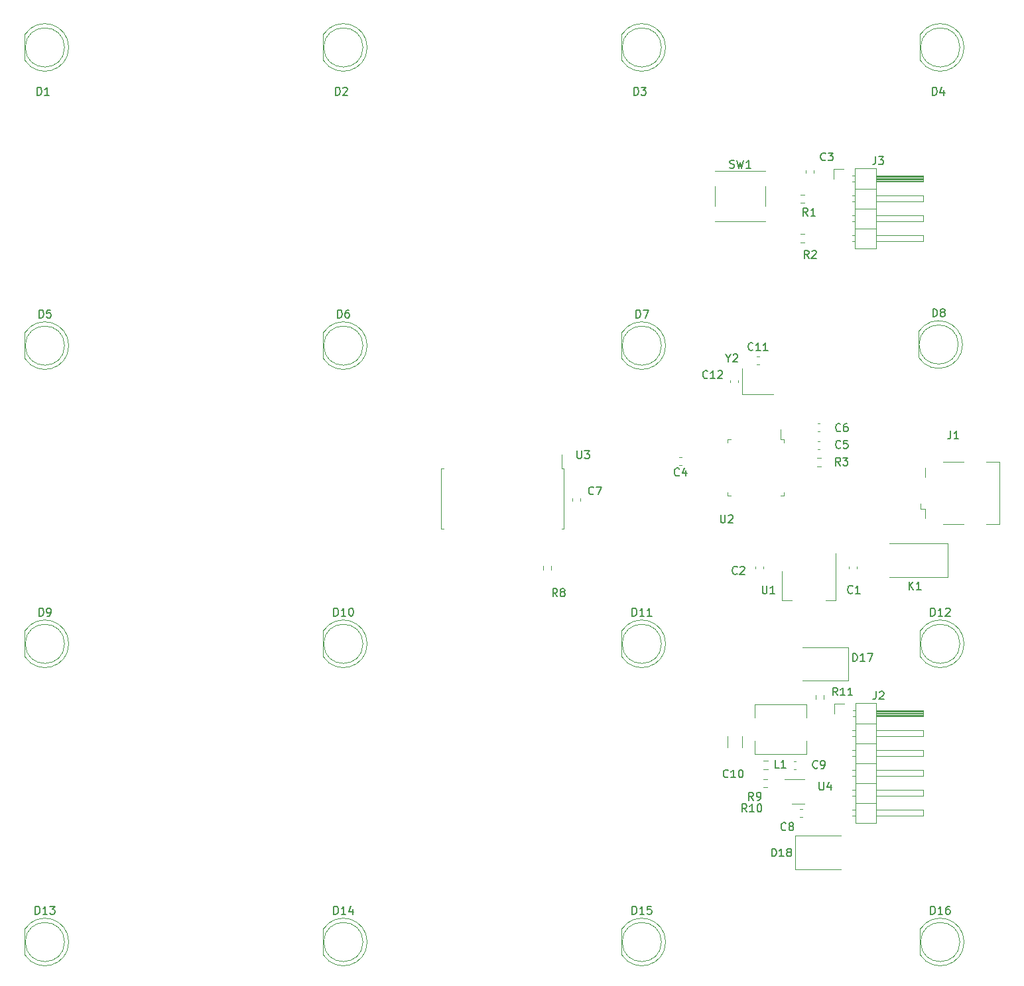
<source format=gbr>
%TF.GenerationSoftware,KiCad,Pcbnew,7.0.10*%
%TF.CreationDate,2024-05-15T16:53:24+02:00*%
%TF.ProjectId,ledrunner,6c656472-756e-46e6-9572-2e6b69636164,rev?*%
%TF.SameCoordinates,Original*%
%TF.FileFunction,Legend,Top*%
%TF.FilePolarity,Positive*%
%FSLAX46Y46*%
G04 Gerber Fmt 4.6, Leading zero omitted, Abs format (unit mm)*
G04 Created by KiCad (PCBNEW 7.0.10) date 2024-05-15 16:53:24*
%MOMM*%
%LPD*%
G01*
G04 APERTURE LIST*
%ADD10C,0.150000*%
%ADD11C,0.120000*%
G04 APERTURE END LIST*
D10*
X126587142Y-137641580D02*
X126539523Y-137689200D01*
X126539523Y-137689200D02*
X126396666Y-137736819D01*
X126396666Y-137736819D02*
X126301428Y-137736819D01*
X126301428Y-137736819D02*
X126158571Y-137689200D01*
X126158571Y-137689200D02*
X126063333Y-137593961D01*
X126063333Y-137593961D02*
X126015714Y-137498723D01*
X126015714Y-137498723D02*
X125968095Y-137308247D01*
X125968095Y-137308247D02*
X125968095Y-137165390D01*
X125968095Y-137165390D02*
X126015714Y-136974914D01*
X126015714Y-136974914D02*
X126063333Y-136879676D01*
X126063333Y-136879676D02*
X126158571Y-136784438D01*
X126158571Y-136784438D02*
X126301428Y-136736819D01*
X126301428Y-136736819D02*
X126396666Y-136736819D01*
X126396666Y-136736819D02*
X126539523Y-136784438D01*
X126539523Y-136784438D02*
X126587142Y-136832057D01*
X127539523Y-137736819D02*
X126968095Y-137736819D01*
X127253809Y-137736819D02*
X127253809Y-136736819D01*
X127253809Y-136736819D02*
X127158571Y-136879676D01*
X127158571Y-136879676D02*
X127063333Y-136974914D01*
X127063333Y-136974914D02*
X126968095Y-137022533D01*
X128158571Y-136736819D02*
X128253809Y-136736819D01*
X128253809Y-136736819D02*
X128349047Y-136784438D01*
X128349047Y-136784438D02*
X128396666Y-136832057D01*
X128396666Y-136832057D02*
X128444285Y-136927295D01*
X128444285Y-136927295D02*
X128491904Y-137117771D01*
X128491904Y-137117771D02*
X128491904Y-137355866D01*
X128491904Y-137355866D02*
X128444285Y-137546342D01*
X128444285Y-137546342D02*
X128396666Y-137641580D01*
X128396666Y-137641580D02*
X128349047Y-137689200D01*
X128349047Y-137689200D02*
X128253809Y-137736819D01*
X128253809Y-137736819D02*
X128158571Y-137736819D01*
X128158571Y-137736819D02*
X128063333Y-137689200D01*
X128063333Y-137689200D02*
X128015714Y-137641580D01*
X128015714Y-137641580D02*
X127968095Y-137546342D01*
X127968095Y-137546342D02*
X127920476Y-137355866D01*
X127920476Y-137355866D02*
X127920476Y-137117771D01*
X127920476Y-137117771D02*
X127968095Y-136927295D01*
X127968095Y-136927295D02*
X128015714Y-136832057D01*
X128015714Y-136832057D02*
X128063333Y-136784438D01*
X128063333Y-136784438D02*
X128158571Y-136736819D01*
X126616809Y-84156628D02*
X126616809Y-84632819D01*
X126283476Y-83632819D02*
X126616809Y-84156628D01*
X126616809Y-84156628D02*
X126950142Y-83632819D01*
X127235857Y-83728057D02*
X127283476Y-83680438D01*
X127283476Y-83680438D02*
X127378714Y-83632819D01*
X127378714Y-83632819D02*
X127616809Y-83632819D01*
X127616809Y-83632819D02*
X127712047Y-83680438D01*
X127712047Y-83680438D02*
X127759666Y-83728057D01*
X127759666Y-83728057D02*
X127807285Y-83823295D01*
X127807285Y-83823295D02*
X127807285Y-83918533D01*
X127807285Y-83918533D02*
X127759666Y-84061390D01*
X127759666Y-84061390D02*
X127188238Y-84632819D01*
X127188238Y-84632819D02*
X127807285Y-84632819D01*
X123968142Y-86649580D02*
X123920523Y-86697200D01*
X123920523Y-86697200D02*
X123777666Y-86744819D01*
X123777666Y-86744819D02*
X123682428Y-86744819D01*
X123682428Y-86744819D02*
X123539571Y-86697200D01*
X123539571Y-86697200D02*
X123444333Y-86601961D01*
X123444333Y-86601961D02*
X123396714Y-86506723D01*
X123396714Y-86506723D02*
X123349095Y-86316247D01*
X123349095Y-86316247D02*
X123349095Y-86173390D01*
X123349095Y-86173390D02*
X123396714Y-85982914D01*
X123396714Y-85982914D02*
X123444333Y-85887676D01*
X123444333Y-85887676D02*
X123539571Y-85792438D01*
X123539571Y-85792438D02*
X123682428Y-85744819D01*
X123682428Y-85744819D02*
X123777666Y-85744819D01*
X123777666Y-85744819D02*
X123920523Y-85792438D01*
X123920523Y-85792438D02*
X123968142Y-85840057D01*
X124920523Y-86744819D02*
X124349095Y-86744819D01*
X124634809Y-86744819D02*
X124634809Y-85744819D01*
X124634809Y-85744819D02*
X124539571Y-85887676D01*
X124539571Y-85887676D02*
X124444333Y-85982914D01*
X124444333Y-85982914D02*
X124349095Y-86030533D01*
X125301476Y-85840057D02*
X125349095Y-85792438D01*
X125349095Y-85792438D02*
X125444333Y-85744819D01*
X125444333Y-85744819D02*
X125682428Y-85744819D01*
X125682428Y-85744819D02*
X125777666Y-85792438D01*
X125777666Y-85792438D02*
X125825285Y-85840057D01*
X125825285Y-85840057D02*
X125872904Y-85935295D01*
X125872904Y-85935295D02*
X125872904Y-86030533D01*
X125872904Y-86030533D02*
X125825285Y-86173390D01*
X125825285Y-86173390D02*
X125253857Y-86744819D01*
X125253857Y-86744819D02*
X125872904Y-86744819D01*
X129762142Y-83076580D02*
X129714523Y-83124200D01*
X129714523Y-83124200D02*
X129571666Y-83171819D01*
X129571666Y-83171819D02*
X129476428Y-83171819D01*
X129476428Y-83171819D02*
X129333571Y-83124200D01*
X129333571Y-83124200D02*
X129238333Y-83028961D01*
X129238333Y-83028961D02*
X129190714Y-82933723D01*
X129190714Y-82933723D02*
X129143095Y-82743247D01*
X129143095Y-82743247D02*
X129143095Y-82600390D01*
X129143095Y-82600390D02*
X129190714Y-82409914D01*
X129190714Y-82409914D02*
X129238333Y-82314676D01*
X129238333Y-82314676D02*
X129333571Y-82219438D01*
X129333571Y-82219438D02*
X129476428Y-82171819D01*
X129476428Y-82171819D02*
X129571666Y-82171819D01*
X129571666Y-82171819D02*
X129714523Y-82219438D01*
X129714523Y-82219438D02*
X129762142Y-82267057D01*
X130714523Y-83171819D02*
X130143095Y-83171819D01*
X130428809Y-83171819D02*
X130428809Y-82171819D01*
X130428809Y-82171819D02*
X130333571Y-82314676D01*
X130333571Y-82314676D02*
X130238333Y-82409914D01*
X130238333Y-82409914D02*
X130143095Y-82457533D01*
X131666904Y-83171819D02*
X131095476Y-83171819D01*
X131381190Y-83171819D02*
X131381190Y-82171819D01*
X131381190Y-82171819D02*
X131285952Y-82314676D01*
X131285952Y-82314676D02*
X131190714Y-82409914D01*
X131190714Y-82409914D02*
X131095476Y-82457533D01*
X152455714Y-117094819D02*
X152455714Y-116094819D01*
X152455714Y-116094819D02*
X152693809Y-116094819D01*
X152693809Y-116094819D02*
X152836666Y-116142438D01*
X152836666Y-116142438D02*
X152931904Y-116237676D01*
X152931904Y-116237676D02*
X152979523Y-116332914D01*
X152979523Y-116332914D02*
X153027142Y-116523390D01*
X153027142Y-116523390D02*
X153027142Y-116666247D01*
X153027142Y-116666247D02*
X152979523Y-116856723D01*
X152979523Y-116856723D02*
X152931904Y-116951961D01*
X152931904Y-116951961D02*
X152836666Y-117047200D01*
X152836666Y-117047200D02*
X152693809Y-117094819D01*
X152693809Y-117094819D02*
X152455714Y-117094819D01*
X153979523Y-117094819D02*
X153408095Y-117094819D01*
X153693809Y-117094819D02*
X153693809Y-116094819D01*
X153693809Y-116094819D02*
X153598571Y-116237676D01*
X153598571Y-116237676D02*
X153503333Y-116332914D01*
X153503333Y-116332914D02*
X153408095Y-116380533D01*
X154360476Y-116190057D02*
X154408095Y-116142438D01*
X154408095Y-116142438D02*
X154503333Y-116094819D01*
X154503333Y-116094819D02*
X154741428Y-116094819D01*
X154741428Y-116094819D02*
X154836666Y-116142438D01*
X154836666Y-116142438D02*
X154884285Y-116190057D01*
X154884285Y-116190057D02*
X154931904Y-116285295D01*
X154931904Y-116285295D02*
X154931904Y-116380533D01*
X154931904Y-116380533D02*
X154884285Y-116523390D01*
X154884285Y-116523390D02*
X154312857Y-117094819D01*
X154312857Y-117094819D02*
X154931904Y-117094819D01*
X128959142Y-142129819D02*
X128625809Y-141653628D01*
X128387714Y-142129819D02*
X128387714Y-141129819D01*
X128387714Y-141129819D02*
X128768666Y-141129819D01*
X128768666Y-141129819D02*
X128863904Y-141177438D01*
X128863904Y-141177438D02*
X128911523Y-141225057D01*
X128911523Y-141225057D02*
X128959142Y-141320295D01*
X128959142Y-141320295D02*
X128959142Y-141463152D01*
X128959142Y-141463152D02*
X128911523Y-141558390D01*
X128911523Y-141558390D02*
X128863904Y-141606009D01*
X128863904Y-141606009D02*
X128768666Y-141653628D01*
X128768666Y-141653628D02*
X128387714Y-141653628D01*
X129911523Y-142129819D02*
X129340095Y-142129819D01*
X129625809Y-142129819D02*
X129625809Y-141129819D01*
X129625809Y-141129819D02*
X129530571Y-141272676D01*
X129530571Y-141272676D02*
X129435333Y-141367914D01*
X129435333Y-141367914D02*
X129340095Y-141415533D01*
X130530571Y-141129819D02*
X130625809Y-141129819D01*
X130625809Y-141129819D02*
X130721047Y-141177438D01*
X130721047Y-141177438D02*
X130768666Y-141225057D01*
X130768666Y-141225057D02*
X130816285Y-141320295D01*
X130816285Y-141320295D02*
X130863904Y-141510771D01*
X130863904Y-141510771D02*
X130863904Y-141748866D01*
X130863904Y-141748866D02*
X130816285Y-141939342D01*
X130816285Y-141939342D02*
X130768666Y-142034580D01*
X130768666Y-142034580D02*
X130721047Y-142082200D01*
X130721047Y-142082200D02*
X130625809Y-142129819D01*
X130625809Y-142129819D02*
X130530571Y-142129819D01*
X130530571Y-142129819D02*
X130435333Y-142082200D01*
X130435333Y-142082200D02*
X130387714Y-142034580D01*
X130387714Y-142034580D02*
X130340095Y-141939342D01*
X130340095Y-141939342D02*
X130292476Y-141748866D01*
X130292476Y-141748866D02*
X130292476Y-141510771D01*
X130292476Y-141510771D02*
X130340095Y-141320295D01*
X130340095Y-141320295D02*
X130387714Y-141225057D01*
X130387714Y-141225057D02*
X130435333Y-141177438D01*
X130435333Y-141177438D02*
X130530571Y-141129819D01*
X142478333Y-114119580D02*
X142430714Y-114167200D01*
X142430714Y-114167200D02*
X142287857Y-114214819D01*
X142287857Y-114214819D02*
X142192619Y-114214819D01*
X142192619Y-114214819D02*
X142049762Y-114167200D01*
X142049762Y-114167200D02*
X141954524Y-114071961D01*
X141954524Y-114071961D02*
X141906905Y-113976723D01*
X141906905Y-113976723D02*
X141859286Y-113786247D01*
X141859286Y-113786247D02*
X141859286Y-113643390D01*
X141859286Y-113643390D02*
X141906905Y-113452914D01*
X141906905Y-113452914D02*
X141954524Y-113357676D01*
X141954524Y-113357676D02*
X142049762Y-113262438D01*
X142049762Y-113262438D02*
X142192619Y-113214819D01*
X142192619Y-113214819D02*
X142287857Y-113214819D01*
X142287857Y-113214819D02*
X142430714Y-113262438D01*
X142430714Y-113262438D02*
X142478333Y-113310057D01*
X143430714Y-114214819D02*
X142859286Y-114214819D01*
X143145000Y-114214819D02*
X143145000Y-113214819D01*
X143145000Y-113214819D02*
X143049762Y-113357676D01*
X143049762Y-113357676D02*
X142954524Y-113452914D01*
X142954524Y-113452914D02*
X142859286Y-113500533D01*
X38631905Y-78994819D02*
X38631905Y-77994819D01*
X38631905Y-77994819D02*
X38870000Y-77994819D01*
X38870000Y-77994819D02*
X39012857Y-78042438D01*
X39012857Y-78042438D02*
X39108095Y-78137676D01*
X39108095Y-78137676D02*
X39155714Y-78232914D01*
X39155714Y-78232914D02*
X39203333Y-78423390D01*
X39203333Y-78423390D02*
X39203333Y-78566247D01*
X39203333Y-78566247D02*
X39155714Y-78756723D01*
X39155714Y-78756723D02*
X39108095Y-78851961D01*
X39108095Y-78851961D02*
X39012857Y-78947200D01*
X39012857Y-78947200D02*
X38870000Y-78994819D01*
X38870000Y-78994819D02*
X38631905Y-78994819D01*
X40108095Y-77994819D02*
X39631905Y-77994819D01*
X39631905Y-77994819D02*
X39584286Y-78471009D01*
X39584286Y-78471009D02*
X39631905Y-78423390D01*
X39631905Y-78423390D02*
X39727143Y-78375771D01*
X39727143Y-78375771D02*
X39965238Y-78375771D01*
X39965238Y-78375771D02*
X40060476Y-78423390D01*
X40060476Y-78423390D02*
X40108095Y-78471009D01*
X40108095Y-78471009D02*
X40155714Y-78566247D01*
X40155714Y-78566247D02*
X40155714Y-78804342D01*
X40155714Y-78804342D02*
X40108095Y-78899580D01*
X40108095Y-78899580D02*
X40060476Y-78947200D01*
X40060476Y-78947200D02*
X39965238Y-78994819D01*
X39965238Y-78994819D02*
X39727143Y-78994819D01*
X39727143Y-78994819D02*
X39631905Y-78947200D01*
X39631905Y-78947200D02*
X39584286Y-78899580D01*
X142512714Y-122869819D02*
X142512714Y-121869819D01*
X142512714Y-121869819D02*
X142750809Y-121869819D01*
X142750809Y-121869819D02*
X142893666Y-121917438D01*
X142893666Y-121917438D02*
X142988904Y-122012676D01*
X142988904Y-122012676D02*
X143036523Y-122107914D01*
X143036523Y-122107914D02*
X143084142Y-122298390D01*
X143084142Y-122298390D02*
X143084142Y-122441247D01*
X143084142Y-122441247D02*
X143036523Y-122631723D01*
X143036523Y-122631723D02*
X142988904Y-122726961D01*
X142988904Y-122726961D02*
X142893666Y-122822200D01*
X142893666Y-122822200D02*
X142750809Y-122869819D01*
X142750809Y-122869819D02*
X142512714Y-122869819D01*
X144036523Y-122869819D02*
X143465095Y-122869819D01*
X143750809Y-122869819D02*
X143750809Y-121869819D01*
X143750809Y-121869819D02*
X143655571Y-122012676D01*
X143655571Y-122012676D02*
X143560333Y-122107914D01*
X143560333Y-122107914D02*
X143465095Y-122155533D01*
X144369857Y-121869819D02*
X145036523Y-121869819D01*
X145036523Y-121869819D02*
X144607952Y-122869819D01*
X145402666Y-58398819D02*
X145402666Y-59113104D01*
X145402666Y-59113104D02*
X145355047Y-59255961D01*
X145355047Y-59255961D02*
X145259809Y-59351200D01*
X145259809Y-59351200D02*
X145116952Y-59398819D01*
X145116952Y-59398819D02*
X145021714Y-59398819D01*
X145783619Y-58398819D02*
X146402666Y-58398819D01*
X146402666Y-58398819D02*
X146069333Y-58779771D01*
X146069333Y-58779771D02*
X146212190Y-58779771D01*
X146212190Y-58779771D02*
X146307428Y-58827390D01*
X146307428Y-58827390D02*
X146355047Y-58875009D01*
X146355047Y-58875009D02*
X146402666Y-58970247D01*
X146402666Y-58970247D02*
X146402666Y-59208342D01*
X146402666Y-59208342D02*
X146355047Y-59303580D01*
X146355047Y-59303580D02*
X146307428Y-59351200D01*
X146307428Y-59351200D02*
X146212190Y-59398819D01*
X146212190Y-59398819D02*
X145926476Y-59398819D01*
X145926476Y-59398819D02*
X145831238Y-59351200D01*
X145831238Y-59351200D02*
X145783619Y-59303580D01*
X138009333Y-136470580D02*
X137961714Y-136518200D01*
X137961714Y-136518200D02*
X137818857Y-136565819D01*
X137818857Y-136565819D02*
X137723619Y-136565819D01*
X137723619Y-136565819D02*
X137580762Y-136518200D01*
X137580762Y-136518200D02*
X137485524Y-136422961D01*
X137485524Y-136422961D02*
X137437905Y-136327723D01*
X137437905Y-136327723D02*
X137390286Y-136137247D01*
X137390286Y-136137247D02*
X137390286Y-135994390D01*
X137390286Y-135994390D02*
X137437905Y-135803914D01*
X137437905Y-135803914D02*
X137485524Y-135708676D01*
X137485524Y-135708676D02*
X137580762Y-135613438D01*
X137580762Y-135613438D02*
X137723619Y-135565819D01*
X137723619Y-135565819D02*
X137818857Y-135565819D01*
X137818857Y-135565819D02*
X137961714Y-135613438D01*
X137961714Y-135613438D02*
X138009333Y-135661057D01*
X138485524Y-136565819D02*
X138676000Y-136565819D01*
X138676000Y-136565819D02*
X138771238Y-136518200D01*
X138771238Y-136518200D02*
X138818857Y-136470580D01*
X138818857Y-136470580D02*
X138914095Y-136327723D01*
X138914095Y-136327723D02*
X138961714Y-136137247D01*
X138961714Y-136137247D02*
X138961714Y-135756295D01*
X138961714Y-135756295D02*
X138914095Y-135661057D01*
X138914095Y-135661057D02*
X138866476Y-135613438D01*
X138866476Y-135613438D02*
X138771238Y-135565819D01*
X138771238Y-135565819D02*
X138580762Y-135565819D01*
X138580762Y-135565819D02*
X138485524Y-135613438D01*
X138485524Y-135613438D02*
X138437905Y-135661057D01*
X138437905Y-135661057D02*
X138390286Y-135756295D01*
X138390286Y-135756295D02*
X138390286Y-135994390D01*
X138390286Y-135994390D02*
X138437905Y-136089628D01*
X138437905Y-136089628D02*
X138485524Y-136137247D01*
X138485524Y-136137247D02*
X138580762Y-136184866D01*
X138580762Y-136184866D02*
X138771238Y-136184866D01*
X138771238Y-136184866D02*
X138866476Y-136137247D01*
X138866476Y-136137247D02*
X138914095Y-136089628D01*
X138914095Y-136089628D02*
X138961714Y-135994390D01*
X125627319Y-104190595D02*
X125627319Y-105000118D01*
X125627319Y-105000118D02*
X125674938Y-105095356D01*
X125674938Y-105095356D02*
X125722557Y-105142976D01*
X125722557Y-105142976D02*
X125817795Y-105190595D01*
X125817795Y-105190595D02*
X126008271Y-105190595D01*
X126008271Y-105190595D02*
X126103509Y-105142976D01*
X126103509Y-105142976D02*
X126151128Y-105095356D01*
X126151128Y-105095356D02*
X126198747Y-105000118D01*
X126198747Y-105000118D02*
X126198747Y-104190595D01*
X126627319Y-104285833D02*
X126674938Y-104238214D01*
X126674938Y-104238214D02*
X126770176Y-104190595D01*
X126770176Y-104190595D02*
X127008271Y-104190595D01*
X127008271Y-104190595D02*
X127103509Y-104238214D01*
X127103509Y-104238214D02*
X127151128Y-104285833D01*
X127151128Y-104285833D02*
X127198747Y-104381071D01*
X127198747Y-104381071D02*
X127198747Y-104476309D01*
X127198747Y-104476309D02*
X127151128Y-104619166D01*
X127151128Y-104619166D02*
X126579700Y-105190595D01*
X126579700Y-105190595D02*
X127198747Y-105190595D01*
X152732318Y-78852297D02*
X152732318Y-77852297D01*
X152732318Y-77852297D02*
X152970413Y-77852297D01*
X152970413Y-77852297D02*
X153113270Y-77899916D01*
X153113270Y-77899916D02*
X153208508Y-77995154D01*
X153208508Y-77995154D02*
X153256127Y-78090392D01*
X153256127Y-78090392D02*
X153303746Y-78280868D01*
X153303746Y-78280868D02*
X153303746Y-78423725D01*
X153303746Y-78423725D02*
X153256127Y-78614201D01*
X153256127Y-78614201D02*
X153208508Y-78709439D01*
X153208508Y-78709439D02*
X153113270Y-78804678D01*
X153113270Y-78804678D02*
X152970413Y-78852297D01*
X152970413Y-78852297D02*
X152732318Y-78852297D01*
X153875175Y-78280868D02*
X153779937Y-78233249D01*
X153779937Y-78233249D02*
X153732318Y-78185630D01*
X153732318Y-78185630D02*
X153684699Y-78090392D01*
X153684699Y-78090392D02*
X153684699Y-78042773D01*
X153684699Y-78042773D02*
X153732318Y-77947535D01*
X153732318Y-77947535D02*
X153779937Y-77899916D01*
X153779937Y-77899916D02*
X153875175Y-77852297D01*
X153875175Y-77852297D02*
X154065651Y-77852297D01*
X154065651Y-77852297D02*
X154160889Y-77899916D01*
X154160889Y-77899916D02*
X154208508Y-77947535D01*
X154208508Y-77947535D02*
X154256127Y-78042773D01*
X154256127Y-78042773D02*
X154256127Y-78090392D01*
X154256127Y-78090392D02*
X154208508Y-78185630D01*
X154208508Y-78185630D02*
X154160889Y-78233249D01*
X154160889Y-78233249D02*
X154065651Y-78280868D01*
X154065651Y-78280868D02*
X153875175Y-78280868D01*
X153875175Y-78280868D02*
X153779937Y-78328487D01*
X153779937Y-78328487D02*
X153732318Y-78376106D01*
X153732318Y-78376106D02*
X153684699Y-78471344D01*
X153684699Y-78471344D02*
X153684699Y-78661820D01*
X153684699Y-78661820D02*
X153732318Y-78757058D01*
X153732318Y-78757058D02*
X153779937Y-78804678D01*
X153779937Y-78804678D02*
X153875175Y-78852297D01*
X153875175Y-78852297D02*
X154065651Y-78852297D01*
X154065651Y-78852297D02*
X154160889Y-78804678D01*
X154160889Y-78804678D02*
X154208508Y-78757058D01*
X154208508Y-78757058D02*
X154256127Y-78661820D01*
X154256127Y-78661820D02*
X154256127Y-78471344D01*
X154256127Y-78471344D02*
X154208508Y-78376106D01*
X154208508Y-78376106D02*
X154160889Y-78328487D01*
X154160889Y-78328487D02*
X154065651Y-78280868D01*
X152455714Y-155194819D02*
X152455714Y-154194819D01*
X152455714Y-154194819D02*
X152693809Y-154194819D01*
X152693809Y-154194819D02*
X152836666Y-154242438D01*
X152836666Y-154242438D02*
X152931904Y-154337676D01*
X152931904Y-154337676D02*
X152979523Y-154432914D01*
X152979523Y-154432914D02*
X153027142Y-154623390D01*
X153027142Y-154623390D02*
X153027142Y-154766247D01*
X153027142Y-154766247D02*
X152979523Y-154956723D01*
X152979523Y-154956723D02*
X152931904Y-155051961D01*
X152931904Y-155051961D02*
X152836666Y-155147200D01*
X152836666Y-155147200D02*
X152693809Y-155194819D01*
X152693809Y-155194819D02*
X152455714Y-155194819D01*
X153979523Y-155194819D02*
X153408095Y-155194819D01*
X153693809Y-155194819D02*
X153693809Y-154194819D01*
X153693809Y-154194819D02*
X153598571Y-154337676D01*
X153598571Y-154337676D02*
X153503333Y-154432914D01*
X153503333Y-154432914D02*
X153408095Y-154480533D01*
X154836666Y-154194819D02*
X154646190Y-154194819D01*
X154646190Y-154194819D02*
X154550952Y-154242438D01*
X154550952Y-154242438D02*
X154503333Y-154290057D01*
X154503333Y-154290057D02*
X154408095Y-154432914D01*
X154408095Y-154432914D02*
X154360476Y-154623390D01*
X154360476Y-154623390D02*
X154360476Y-155004342D01*
X154360476Y-155004342D02*
X154408095Y-155099580D01*
X154408095Y-155099580D02*
X154455714Y-155147200D01*
X154455714Y-155147200D02*
X154550952Y-155194819D01*
X154550952Y-155194819D02*
X154741428Y-155194819D01*
X154741428Y-155194819D02*
X154836666Y-155147200D01*
X154836666Y-155147200D02*
X154884285Y-155099580D01*
X154884285Y-155099580D02*
X154931904Y-155004342D01*
X154931904Y-155004342D02*
X154931904Y-154766247D01*
X154931904Y-154766247D02*
X154884285Y-154671009D01*
X154884285Y-154671009D02*
X154836666Y-154623390D01*
X154836666Y-154623390D02*
X154741428Y-154575771D01*
X154741428Y-154575771D02*
X154550952Y-154575771D01*
X154550952Y-154575771D02*
X154455714Y-154623390D01*
X154455714Y-154623390D02*
X154408095Y-154671009D01*
X154408095Y-154671009D02*
X154360476Y-154766247D01*
X155004666Y-93452819D02*
X155004666Y-94167104D01*
X155004666Y-94167104D02*
X154957047Y-94309961D01*
X154957047Y-94309961D02*
X154861809Y-94405200D01*
X154861809Y-94405200D02*
X154718952Y-94452819D01*
X154718952Y-94452819D02*
X154623714Y-94452819D01*
X156004666Y-94452819D02*
X155433238Y-94452819D01*
X155718952Y-94452819D02*
X155718952Y-93452819D01*
X155718952Y-93452819D02*
X155623714Y-93595676D01*
X155623714Y-93595676D02*
X155528476Y-93690914D01*
X155528476Y-93690914D02*
X155433238Y-93738533D01*
X145472666Y-126734819D02*
X145472666Y-127449104D01*
X145472666Y-127449104D02*
X145425047Y-127591961D01*
X145425047Y-127591961D02*
X145329809Y-127687200D01*
X145329809Y-127687200D02*
X145186952Y-127734819D01*
X145186952Y-127734819D02*
X145091714Y-127734819D01*
X145901238Y-126830057D02*
X145948857Y-126782438D01*
X145948857Y-126782438D02*
X146044095Y-126734819D01*
X146044095Y-126734819D02*
X146282190Y-126734819D01*
X146282190Y-126734819D02*
X146377428Y-126782438D01*
X146377428Y-126782438D02*
X146425047Y-126830057D01*
X146425047Y-126830057D02*
X146472666Y-126925295D01*
X146472666Y-126925295D02*
X146472666Y-127020533D01*
X146472666Y-127020533D02*
X146425047Y-127163390D01*
X146425047Y-127163390D02*
X145853619Y-127734819D01*
X145853619Y-127734819D02*
X146472666Y-127734819D01*
X140915557Y-97871595D02*
X140582224Y-97395404D01*
X140344129Y-97871595D02*
X140344129Y-96871595D01*
X140344129Y-96871595D02*
X140725081Y-96871595D01*
X140725081Y-96871595D02*
X140820319Y-96919214D01*
X140820319Y-96919214D02*
X140867938Y-96966833D01*
X140867938Y-96966833D02*
X140915557Y-97062071D01*
X140915557Y-97062071D02*
X140915557Y-97204928D01*
X140915557Y-97204928D02*
X140867938Y-97300166D01*
X140867938Y-97300166D02*
X140820319Y-97347785D01*
X140820319Y-97347785D02*
X140725081Y-97395404D01*
X140725081Y-97395404D02*
X140344129Y-97395404D01*
X141248891Y-96871595D02*
X141867938Y-96871595D01*
X141867938Y-96871595D02*
X141534605Y-97252547D01*
X141534605Y-97252547D02*
X141677462Y-97252547D01*
X141677462Y-97252547D02*
X141772700Y-97300166D01*
X141772700Y-97300166D02*
X141820319Y-97347785D01*
X141820319Y-97347785D02*
X141867938Y-97443023D01*
X141867938Y-97443023D02*
X141867938Y-97681118D01*
X141867938Y-97681118D02*
X141820319Y-97776356D01*
X141820319Y-97776356D02*
X141772700Y-97823976D01*
X141772700Y-97823976D02*
X141677462Y-97871595D01*
X141677462Y-97871595D02*
X141391748Y-97871595D01*
X141391748Y-97871595D02*
X141296510Y-97823976D01*
X141296510Y-97823976D02*
X141248891Y-97776356D01*
X130963095Y-113224819D02*
X130963095Y-114034342D01*
X130963095Y-114034342D02*
X131010714Y-114129580D01*
X131010714Y-114129580D02*
X131058333Y-114177200D01*
X131058333Y-114177200D02*
X131153571Y-114224819D01*
X131153571Y-114224819D02*
X131344047Y-114224819D01*
X131344047Y-114224819D02*
X131439285Y-114177200D01*
X131439285Y-114177200D02*
X131486904Y-114129580D01*
X131486904Y-114129580D02*
X131534523Y-114034342D01*
X131534523Y-114034342D02*
X131534523Y-113224819D01*
X132534523Y-114224819D02*
X131963095Y-114224819D01*
X132248809Y-114224819D02*
X132248809Y-113224819D01*
X132248809Y-113224819D02*
X132153571Y-113367676D01*
X132153571Y-113367676D02*
X132058333Y-113462914D01*
X132058333Y-113462914D02*
X131963095Y-113510533D01*
X38631905Y-117094819D02*
X38631905Y-116094819D01*
X38631905Y-116094819D02*
X38870000Y-116094819D01*
X38870000Y-116094819D02*
X39012857Y-116142438D01*
X39012857Y-116142438D02*
X39108095Y-116237676D01*
X39108095Y-116237676D02*
X39155714Y-116332914D01*
X39155714Y-116332914D02*
X39203333Y-116523390D01*
X39203333Y-116523390D02*
X39203333Y-116666247D01*
X39203333Y-116666247D02*
X39155714Y-116856723D01*
X39155714Y-116856723D02*
X39108095Y-116951961D01*
X39108095Y-116951961D02*
X39012857Y-117047200D01*
X39012857Y-117047200D02*
X38870000Y-117094819D01*
X38870000Y-117094819D02*
X38631905Y-117094819D01*
X39679524Y-117094819D02*
X39870000Y-117094819D01*
X39870000Y-117094819D02*
X39965238Y-117047200D01*
X39965238Y-117047200D02*
X40012857Y-116999580D01*
X40012857Y-116999580D02*
X40108095Y-116856723D01*
X40108095Y-116856723D02*
X40155714Y-116666247D01*
X40155714Y-116666247D02*
X40155714Y-116285295D01*
X40155714Y-116285295D02*
X40108095Y-116190057D01*
X40108095Y-116190057D02*
X40060476Y-116142438D01*
X40060476Y-116142438D02*
X39965238Y-116094819D01*
X39965238Y-116094819D02*
X39774762Y-116094819D01*
X39774762Y-116094819D02*
X39679524Y-116142438D01*
X39679524Y-116142438D02*
X39631905Y-116190057D01*
X39631905Y-116190057D02*
X39584286Y-116285295D01*
X39584286Y-116285295D02*
X39584286Y-116523390D01*
X39584286Y-116523390D02*
X39631905Y-116618628D01*
X39631905Y-116618628D02*
X39679524Y-116666247D01*
X39679524Y-116666247D02*
X39774762Y-116713866D01*
X39774762Y-116713866D02*
X39965238Y-116713866D01*
X39965238Y-116713866D02*
X40060476Y-116666247D01*
X40060476Y-116666247D02*
X40108095Y-116618628D01*
X40108095Y-116618628D02*
X40155714Y-116523390D01*
X38377905Y-50546819D02*
X38377905Y-49546819D01*
X38377905Y-49546819D02*
X38616000Y-49546819D01*
X38616000Y-49546819D02*
X38758857Y-49594438D01*
X38758857Y-49594438D02*
X38854095Y-49689676D01*
X38854095Y-49689676D02*
X38901714Y-49784914D01*
X38901714Y-49784914D02*
X38949333Y-49975390D01*
X38949333Y-49975390D02*
X38949333Y-50118247D01*
X38949333Y-50118247D02*
X38901714Y-50308723D01*
X38901714Y-50308723D02*
X38854095Y-50403961D01*
X38854095Y-50403961D02*
X38758857Y-50499200D01*
X38758857Y-50499200D02*
X38616000Y-50546819D01*
X38616000Y-50546819D02*
X38377905Y-50546819D01*
X39901714Y-50546819D02*
X39330286Y-50546819D01*
X39616000Y-50546819D02*
X39616000Y-49546819D01*
X39616000Y-49546819D02*
X39520762Y-49689676D01*
X39520762Y-49689676D02*
X39425524Y-49784914D01*
X39425524Y-49784914D02*
X39330286Y-49832533D01*
X76731905Y-78994819D02*
X76731905Y-77994819D01*
X76731905Y-77994819D02*
X76970000Y-77994819D01*
X76970000Y-77994819D02*
X77112857Y-78042438D01*
X77112857Y-78042438D02*
X77208095Y-78137676D01*
X77208095Y-78137676D02*
X77255714Y-78232914D01*
X77255714Y-78232914D02*
X77303333Y-78423390D01*
X77303333Y-78423390D02*
X77303333Y-78566247D01*
X77303333Y-78566247D02*
X77255714Y-78756723D01*
X77255714Y-78756723D02*
X77208095Y-78851961D01*
X77208095Y-78851961D02*
X77112857Y-78947200D01*
X77112857Y-78947200D02*
X76970000Y-78994819D01*
X76970000Y-78994819D02*
X76731905Y-78994819D01*
X78160476Y-77994819D02*
X77970000Y-77994819D01*
X77970000Y-77994819D02*
X77874762Y-78042438D01*
X77874762Y-78042438D02*
X77827143Y-78090057D01*
X77827143Y-78090057D02*
X77731905Y-78232914D01*
X77731905Y-78232914D02*
X77684286Y-78423390D01*
X77684286Y-78423390D02*
X77684286Y-78804342D01*
X77684286Y-78804342D02*
X77731905Y-78899580D01*
X77731905Y-78899580D02*
X77779524Y-78947200D01*
X77779524Y-78947200D02*
X77874762Y-78994819D01*
X77874762Y-78994819D02*
X78065238Y-78994819D01*
X78065238Y-78994819D02*
X78160476Y-78947200D01*
X78160476Y-78947200D02*
X78208095Y-78899580D01*
X78208095Y-78899580D02*
X78255714Y-78804342D01*
X78255714Y-78804342D02*
X78255714Y-78566247D01*
X78255714Y-78566247D02*
X78208095Y-78471009D01*
X78208095Y-78471009D02*
X78160476Y-78423390D01*
X78160476Y-78423390D02*
X78065238Y-78375771D01*
X78065238Y-78375771D02*
X77874762Y-78375771D01*
X77874762Y-78375771D02*
X77779524Y-78423390D01*
X77779524Y-78423390D02*
X77731905Y-78471009D01*
X77731905Y-78471009D02*
X77684286Y-78566247D01*
X129819333Y-140622819D02*
X129486000Y-140146628D01*
X129247905Y-140622819D02*
X129247905Y-139622819D01*
X129247905Y-139622819D02*
X129628857Y-139622819D01*
X129628857Y-139622819D02*
X129724095Y-139670438D01*
X129724095Y-139670438D02*
X129771714Y-139718057D01*
X129771714Y-139718057D02*
X129819333Y-139813295D01*
X129819333Y-139813295D02*
X129819333Y-139956152D01*
X129819333Y-139956152D02*
X129771714Y-140051390D01*
X129771714Y-140051390D02*
X129724095Y-140099009D01*
X129724095Y-140099009D02*
X129628857Y-140146628D01*
X129628857Y-140146628D02*
X129247905Y-140146628D01*
X130295524Y-140622819D02*
X130486000Y-140622819D01*
X130486000Y-140622819D02*
X130581238Y-140575200D01*
X130581238Y-140575200D02*
X130628857Y-140527580D01*
X130628857Y-140527580D02*
X130724095Y-140384723D01*
X130724095Y-140384723D02*
X130771714Y-140194247D01*
X130771714Y-140194247D02*
X130771714Y-139813295D01*
X130771714Y-139813295D02*
X130724095Y-139718057D01*
X130724095Y-139718057D02*
X130676476Y-139670438D01*
X130676476Y-139670438D02*
X130581238Y-139622819D01*
X130581238Y-139622819D02*
X130390762Y-139622819D01*
X130390762Y-139622819D02*
X130295524Y-139670438D01*
X130295524Y-139670438D02*
X130247905Y-139718057D01*
X130247905Y-139718057D02*
X130200286Y-139813295D01*
X130200286Y-139813295D02*
X130200286Y-140051390D01*
X130200286Y-140051390D02*
X130247905Y-140146628D01*
X130247905Y-140146628D02*
X130295524Y-140194247D01*
X130295524Y-140194247D02*
X130390762Y-140241866D01*
X130390762Y-140241866D02*
X130581238Y-140241866D01*
X130581238Y-140241866D02*
X130676476Y-140194247D01*
X130676476Y-140194247D02*
X130724095Y-140146628D01*
X130724095Y-140146628D02*
X130771714Y-140051390D01*
X136763333Y-65961819D02*
X136430000Y-65485628D01*
X136191905Y-65961819D02*
X136191905Y-64961819D01*
X136191905Y-64961819D02*
X136572857Y-64961819D01*
X136572857Y-64961819D02*
X136668095Y-65009438D01*
X136668095Y-65009438D02*
X136715714Y-65057057D01*
X136715714Y-65057057D02*
X136763333Y-65152295D01*
X136763333Y-65152295D02*
X136763333Y-65295152D01*
X136763333Y-65295152D02*
X136715714Y-65390390D01*
X136715714Y-65390390D02*
X136668095Y-65438009D01*
X136668095Y-65438009D02*
X136572857Y-65485628D01*
X136572857Y-65485628D02*
X136191905Y-65485628D01*
X137715714Y-65961819D02*
X137144286Y-65961819D01*
X137430000Y-65961819D02*
X137430000Y-64961819D01*
X137430000Y-64961819D02*
X137334762Y-65104676D01*
X137334762Y-65104676D02*
X137239524Y-65199914D01*
X137239524Y-65199914D02*
X137144286Y-65247533D01*
X114355714Y-117094819D02*
X114355714Y-116094819D01*
X114355714Y-116094819D02*
X114593809Y-116094819D01*
X114593809Y-116094819D02*
X114736666Y-116142438D01*
X114736666Y-116142438D02*
X114831904Y-116237676D01*
X114831904Y-116237676D02*
X114879523Y-116332914D01*
X114879523Y-116332914D02*
X114927142Y-116523390D01*
X114927142Y-116523390D02*
X114927142Y-116666247D01*
X114927142Y-116666247D02*
X114879523Y-116856723D01*
X114879523Y-116856723D02*
X114831904Y-116951961D01*
X114831904Y-116951961D02*
X114736666Y-117047200D01*
X114736666Y-117047200D02*
X114593809Y-117094819D01*
X114593809Y-117094819D02*
X114355714Y-117094819D01*
X115879523Y-117094819D02*
X115308095Y-117094819D01*
X115593809Y-117094819D02*
X115593809Y-116094819D01*
X115593809Y-116094819D02*
X115498571Y-116237676D01*
X115498571Y-116237676D02*
X115403333Y-116332914D01*
X115403333Y-116332914D02*
X115308095Y-116380533D01*
X116831904Y-117094819D02*
X116260476Y-117094819D01*
X116546190Y-117094819D02*
X116546190Y-116094819D01*
X116546190Y-116094819D02*
X116450952Y-116237676D01*
X116450952Y-116237676D02*
X116355714Y-116332914D01*
X116355714Y-116332914D02*
X116260476Y-116380533D01*
X127746333Y-111676580D02*
X127698714Y-111724200D01*
X127698714Y-111724200D02*
X127555857Y-111771819D01*
X127555857Y-111771819D02*
X127460619Y-111771819D01*
X127460619Y-111771819D02*
X127317762Y-111724200D01*
X127317762Y-111724200D02*
X127222524Y-111628961D01*
X127222524Y-111628961D02*
X127174905Y-111533723D01*
X127174905Y-111533723D02*
X127127286Y-111343247D01*
X127127286Y-111343247D02*
X127127286Y-111200390D01*
X127127286Y-111200390D02*
X127174905Y-111009914D01*
X127174905Y-111009914D02*
X127222524Y-110914676D01*
X127222524Y-110914676D02*
X127317762Y-110819438D01*
X127317762Y-110819438D02*
X127460619Y-110771819D01*
X127460619Y-110771819D02*
X127555857Y-110771819D01*
X127555857Y-110771819D02*
X127698714Y-110819438D01*
X127698714Y-110819438D02*
X127746333Y-110867057D01*
X128127286Y-110867057D02*
X128174905Y-110819438D01*
X128174905Y-110819438D02*
X128270143Y-110771819D01*
X128270143Y-110771819D02*
X128508238Y-110771819D01*
X128508238Y-110771819D02*
X128603476Y-110819438D01*
X128603476Y-110819438D02*
X128651095Y-110867057D01*
X128651095Y-110867057D02*
X128698714Y-110962295D01*
X128698714Y-110962295D02*
X128698714Y-111057533D01*
X128698714Y-111057533D02*
X128651095Y-111200390D01*
X128651095Y-111200390D02*
X128079667Y-111771819D01*
X128079667Y-111771819D02*
X128698714Y-111771819D01*
X126801667Y-59806200D02*
X126944524Y-59853819D01*
X126944524Y-59853819D02*
X127182619Y-59853819D01*
X127182619Y-59853819D02*
X127277857Y-59806200D01*
X127277857Y-59806200D02*
X127325476Y-59758580D01*
X127325476Y-59758580D02*
X127373095Y-59663342D01*
X127373095Y-59663342D02*
X127373095Y-59568104D01*
X127373095Y-59568104D02*
X127325476Y-59472866D01*
X127325476Y-59472866D02*
X127277857Y-59425247D01*
X127277857Y-59425247D02*
X127182619Y-59377628D01*
X127182619Y-59377628D02*
X126992143Y-59330009D01*
X126992143Y-59330009D02*
X126896905Y-59282390D01*
X126896905Y-59282390D02*
X126849286Y-59234771D01*
X126849286Y-59234771D02*
X126801667Y-59139533D01*
X126801667Y-59139533D02*
X126801667Y-59044295D01*
X126801667Y-59044295D02*
X126849286Y-58949057D01*
X126849286Y-58949057D02*
X126896905Y-58901438D01*
X126896905Y-58901438D02*
X126992143Y-58853819D01*
X126992143Y-58853819D02*
X127230238Y-58853819D01*
X127230238Y-58853819D02*
X127373095Y-58901438D01*
X127706429Y-58853819D02*
X127944524Y-59853819D01*
X127944524Y-59853819D02*
X128135000Y-59139533D01*
X128135000Y-59139533D02*
X128325476Y-59853819D01*
X128325476Y-59853819D02*
X128563572Y-58853819D01*
X129468333Y-59853819D02*
X128896905Y-59853819D01*
X129182619Y-59853819D02*
X129182619Y-58853819D01*
X129182619Y-58853819D02*
X129087381Y-58996676D01*
X129087381Y-58996676D02*
X128992143Y-59091914D01*
X128992143Y-59091914D02*
X128896905Y-59139533D01*
X132172714Y-147811819D02*
X132172714Y-146811819D01*
X132172714Y-146811819D02*
X132410809Y-146811819D01*
X132410809Y-146811819D02*
X132553666Y-146859438D01*
X132553666Y-146859438D02*
X132648904Y-146954676D01*
X132648904Y-146954676D02*
X132696523Y-147049914D01*
X132696523Y-147049914D02*
X132744142Y-147240390D01*
X132744142Y-147240390D02*
X132744142Y-147383247D01*
X132744142Y-147383247D02*
X132696523Y-147573723D01*
X132696523Y-147573723D02*
X132648904Y-147668961D01*
X132648904Y-147668961D02*
X132553666Y-147764200D01*
X132553666Y-147764200D02*
X132410809Y-147811819D01*
X132410809Y-147811819D02*
X132172714Y-147811819D01*
X133696523Y-147811819D02*
X133125095Y-147811819D01*
X133410809Y-147811819D02*
X133410809Y-146811819D01*
X133410809Y-146811819D02*
X133315571Y-146954676D01*
X133315571Y-146954676D02*
X133220333Y-147049914D01*
X133220333Y-147049914D02*
X133125095Y-147097533D01*
X134267952Y-147240390D02*
X134172714Y-147192771D01*
X134172714Y-147192771D02*
X134125095Y-147145152D01*
X134125095Y-147145152D02*
X134077476Y-147049914D01*
X134077476Y-147049914D02*
X134077476Y-147002295D01*
X134077476Y-147002295D02*
X134125095Y-146907057D01*
X134125095Y-146907057D02*
X134172714Y-146859438D01*
X134172714Y-146859438D02*
X134267952Y-146811819D01*
X134267952Y-146811819D02*
X134458428Y-146811819D01*
X134458428Y-146811819D02*
X134553666Y-146859438D01*
X134553666Y-146859438D02*
X134601285Y-146907057D01*
X134601285Y-146907057D02*
X134648904Y-147002295D01*
X134648904Y-147002295D02*
X134648904Y-147049914D01*
X134648904Y-147049914D02*
X134601285Y-147145152D01*
X134601285Y-147145152D02*
X134553666Y-147192771D01*
X134553666Y-147192771D02*
X134458428Y-147240390D01*
X134458428Y-147240390D02*
X134267952Y-147240390D01*
X134267952Y-147240390D02*
X134172714Y-147288009D01*
X134172714Y-147288009D02*
X134125095Y-147335628D01*
X134125095Y-147335628D02*
X134077476Y-147430866D01*
X134077476Y-147430866D02*
X134077476Y-147621342D01*
X134077476Y-147621342D02*
X134125095Y-147716580D01*
X134125095Y-147716580D02*
X134172714Y-147764200D01*
X134172714Y-147764200D02*
X134267952Y-147811819D01*
X134267952Y-147811819D02*
X134458428Y-147811819D01*
X134458428Y-147811819D02*
X134553666Y-147764200D01*
X134553666Y-147764200D02*
X134601285Y-147716580D01*
X134601285Y-147716580D02*
X134648904Y-147621342D01*
X134648904Y-147621342D02*
X134648904Y-147430866D01*
X134648904Y-147430866D02*
X134601285Y-147335628D01*
X134601285Y-147335628D02*
X134553666Y-147288009D01*
X134553666Y-147288009D02*
X134458428Y-147240390D01*
X140557142Y-127240819D02*
X140223809Y-126764628D01*
X139985714Y-127240819D02*
X139985714Y-126240819D01*
X139985714Y-126240819D02*
X140366666Y-126240819D01*
X140366666Y-126240819D02*
X140461904Y-126288438D01*
X140461904Y-126288438D02*
X140509523Y-126336057D01*
X140509523Y-126336057D02*
X140557142Y-126431295D01*
X140557142Y-126431295D02*
X140557142Y-126574152D01*
X140557142Y-126574152D02*
X140509523Y-126669390D01*
X140509523Y-126669390D02*
X140461904Y-126717009D01*
X140461904Y-126717009D02*
X140366666Y-126764628D01*
X140366666Y-126764628D02*
X139985714Y-126764628D01*
X141509523Y-127240819D02*
X140938095Y-127240819D01*
X141223809Y-127240819D02*
X141223809Y-126240819D01*
X141223809Y-126240819D02*
X141128571Y-126383676D01*
X141128571Y-126383676D02*
X141033333Y-126478914D01*
X141033333Y-126478914D02*
X140938095Y-126526533D01*
X142461904Y-127240819D02*
X141890476Y-127240819D01*
X142176190Y-127240819D02*
X142176190Y-126240819D01*
X142176190Y-126240819D02*
X142080952Y-126383676D01*
X142080952Y-126383676D02*
X141985714Y-126478914D01*
X141985714Y-126478914D02*
X141890476Y-126526533D01*
X76477905Y-50546819D02*
X76477905Y-49546819D01*
X76477905Y-49546819D02*
X76716000Y-49546819D01*
X76716000Y-49546819D02*
X76858857Y-49594438D01*
X76858857Y-49594438D02*
X76954095Y-49689676D01*
X76954095Y-49689676D02*
X77001714Y-49784914D01*
X77001714Y-49784914D02*
X77049333Y-49975390D01*
X77049333Y-49975390D02*
X77049333Y-50118247D01*
X77049333Y-50118247D02*
X77001714Y-50308723D01*
X77001714Y-50308723D02*
X76954095Y-50403961D01*
X76954095Y-50403961D02*
X76858857Y-50499200D01*
X76858857Y-50499200D02*
X76716000Y-50546819D01*
X76716000Y-50546819D02*
X76477905Y-50546819D01*
X77430286Y-49642057D02*
X77477905Y-49594438D01*
X77477905Y-49594438D02*
X77573143Y-49546819D01*
X77573143Y-49546819D02*
X77811238Y-49546819D01*
X77811238Y-49546819D02*
X77906476Y-49594438D01*
X77906476Y-49594438D02*
X77954095Y-49642057D01*
X77954095Y-49642057D02*
X78001714Y-49737295D01*
X78001714Y-49737295D02*
X78001714Y-49832533D01*
X78001714Y-49832533D02*
X77954095Y-49975390D01*
X77954095Y-49975390D02*
X77382667Y-50546819D01*
X77382667Y-50546819D02*
X78001714Y-50546819D01*
X136890333Y-71392819D02*
X136557000Y-70916628D01*
X136318905Y-71392819D02*
X136318905Y-70392819D01*
X136318905Y-70392819D02*
X136699857Y-70392819D01*
X136699857Y-70392819D02*
X136795095Y-70440438D01*
X136795095Y-70440438D02*
X136842714Y-70488057D01*
X136842714Y-70488057D02*
X136890333Y-70583295D01*
X136890333Y-70583295D02*
X136890333Y-70726152D01*
X136890333Y-70726152D02*
X136842714Y-70821390D01*
X136842714Y-70821390D02*
X136795095Y-70869009D01*
X136795095Y-70869009D02*
X136699857Y-70916628D01*
X136699857Y-70916628D02*
X136318905Y-70916628D01*
X137271286Y-70488057D02*
X137318905Y-70440438D01*
X137318905Y-70440438D02*
X137414143Y-70392819D01*
X137414143Y-70392819D02*
X137652238Y-70392819D01*
X137652238Y-70392819D02*
X137747476Y-70440438D01*
X137747476Y-70440438D02*
X137795095Y-70488057D01*
X137795095Y-70488057D02*
X137842714Y-70583295D01*
X137842714Y-70583295D02*
X137842714Y-70678533D01*
X137842714Y-70678533D02*
X137795095Y-70821390D01*
X137795095Y-70821390D02*
X137223667Y-71392819D01*
X137223667Y-71392819D02*
X137842714Y-71392819D01*
X120355333Y-99107580D02*
X120307714Y-99155200D01*
X120307714Y-99155200D02*
X120164857Y-99202819D01*
X120164857Y-99202819D02*
X120069619Y-99202819D01*
X120069619Y-99202819D02*
X119926762Y-99155200D01*
X119926762Y-99155200D02*
X119831524Y-99059961D01*
X119831524Y-99059961D02*
X119783905Y-98964723D01*
X119783905Y-98964723D02*
X119736286Y-98774247D01*
X119736286Y-98774247D02*
X119736286Y-98631390D01*
X119736286Y-98631390D02*
X119783905Y-98440914D01*
X119783905Y-98440914D02*
X119831524Y-98345676D01*
X119831524Y-98345676D02*
X119926762Y-98250438D01*
X119926762Y-98250438D02*
X120069619Y-98202819D01*
X120069619Y-98202819D02*
X120164857Y-98202819D01*
X120164857Y-98202819D02*
X120307714Y-98250438D01*
X120307714Y-98250438D02*
X120355333Y-98298057D01*
X121212476Y-98536152D02*
X121212476Y-99202819D01*
X120974381Y-98155200D02*
X120736286Y-98869485D01*
X120736286Y-98869485D02*
X121355333Y-98869485D01*
X38155714Y-155194819D02*
X38155714Y-154194819D01*
X38155714Y-154194819D02*
X38393809Y-154194819D01*
X38393809Y-154194819D02*
X38536666Y-154242438D01*
X38536666Y-154242438D02*
X38631904Y-154337676D01*
X38631904Y-154337676D02*
X38679523Y-154432914D01*
X38679523Y-154432914D02*
X38727142Y-154623390D01*
X38727142Y-154623390D02*
X38727142Y-154766247D01*
X38727142Y-154766247D02*
X38679523Y-154956723D01*
X38679523Y-154956723D02*
X38631904Y-155051961D01*
X38631904Y-155051961D02*
X38536666Y-155147200D01*
X38536666Y-155147200D02*
X38393809Y-155194819D01*
X38393809Y-155194819D02*
X38155714Y-155194819D01*
X39679523Y-155194819D02*
X39108095Y-155194819D01*
X39393809Y-155194819D02*
X39393809Y-154194819D01*
X39393809Y-154194819D02*
X39298571Y-154337676D01*
X39298571Y-154337676D02*
X39203333Y-154432914D01*
X39203333Y-154432914D02*
X39108095Y-154480533D01*
X40012857Y-154194819D02*
X40631904Y-154194819D01*
X40631904Y-154194819D02*
X40298571Y-154575771D01*
X40298571Y-154575771D02*
X40441428Y-154575771D01*
X40441428Y-154575771D02*
X40536666Y-154623390D01*
X40536666Y-154623390D02*
X40584285Y-154671009D01*
X40584285Y-154671009D02*
X40631904Y-154766247D01*
X40631904Y-154766247D02*
X40631904Y-155004342D01*
X40631904Y-155004342D02*
X40584285Y-155099580D01*
X40584285Y-155099580D02*
X40536666Y-155147200D01*
X40536666Y-155147200D02*
X40441428Y-155194819D01*
X40441428Y-155194819D02*
X40155714Y-155194819D01*
X40155714Y-155194819D02*
X40060476Y-155147200D01*
X40060476Y-155147200D02*
X40012857Y-155099580D01*
X114355714Y-155194819D02*
X114355714Y-154194819D01*
X114355714Y-154194819D02*
X114593809Y-154194819D01*
X114593809Y-154194819D02*
X114736666Y-154242438D01*
X114736666Y-154242438D02*
X114831904Y-154337676D01*
X114831904Y-154337676D02*
X114879523Y-154432914D01*
X114879523Y-154432914D02*
X114927142Y-154623390D01*
X114927142Y-154623390D02*
X114927142Y-154766247D01*
X114927142Y-154766247D02*
X114879523Y-154956723D01*
X114879523Y-154956723D02*
X114831904Y-155051961D01*
X114831904Y-155051961D02*
X114736666Y-155147200D01*
X114736666Y-155147200D02*
X114593809Y-155194819D01*
X114593809Y-155194819D02*
X114355714Y-155194819D01*
X115879523Y-155194819D02*
X115308095Y-155194819D01*
X115593809Y-155194819D02*
X115593809Y-154194819D01*
X115593809Y-154194819D02*
X115498571Y-154337676D01*
X115498571Y-154337676D02*
X115403333Y-154432914D01*
X115403333Y-154432914D02*
X115308095Y-154480533D01*
X116784285Y-154194819D02*
X116308095Y-154194819D01*
X116308095Y-154194819D02*
X116260476Y-154671009D01*
X116260476Y-154671009D02*
X116308095Y-154623390D01*
X116308095Y-154623390D02*
X116403333Y-154575771D01*
X116403333Y-154575771D02*
X116641428Y-154575771D01*
X116641428Y-154575771D02*
X116736666Y-154623390D01*
X116736666Y-154623390D02*
X116784285Y-154671009D01*
X116784285Y-154671009D02*
X116831904Y-154766247D01*
X116831904Y-154766247D02*
X116831904Y-155004342D01*
X116831904Y-155004342D02*
X116784285Y-155099580D01*
X116784285Y-155099580D02*
X116736666Y-155147200D01*
X116736666Y-155147200D02*
X116641428Y-155194819D01*
X116641428Y-155194819D02*
X116403333Y-155194819D01*
X116403333Y-155194819D02*
X116308095Y-155147200D01*
X116308095Y-155147200D02*
X116260476Y-155099580D01*
X109410333Y-101491580D02*
X109362714Y-101539200D01*
X109362714Y-101539200D02*
X109219857Y-101586819D01*
X109219857Y-101586819D02*
X109124619Y-101586819D01*
X109124619Y-101586819D02*
X108981762Y-101539200D01*
X108981762Y-101539200D02*
X108886524Y-101443961D01*
X108886524Y-101443961D02*
X108838905Y-101348723D01*
X108838905Y-101348723D02*
X108791286Y-101158247D01*
X108791286Y-101158247D02*
X108791286Y-101015390D01*
X108791286Y-101015390D02*
X108838905Y-100824914D01*
X108838905Y-100824914D02*
X108886524Y-100729676D01*
X108886524Y-100729676D02*
X108981762Y-100634438D01*
X108981762Y-100634438D02*
X109124619Y-100586819D01*
X109124619Y-100586819D02*
X109219857Y-100586819D01*
X109219857Y-100586819D02*
X109362714Y-100634438D01*
X109362714Y-100634438D02*
X109410333Y-100682057D01*
X109743667Y-100586819D02*
X110410333Y-100586819D01*
X110410333Y-100586819D02*
X109981762Y-101586819D01*
X76255714Y-155194819D02*
X76255714Y-154194819D01*
X76255714Y-154194819D02*
X76493809Y-154194819D01*
X76493809Y-154194819D02*
X76636666Y-154242438D01*
X76636666Y-154242438D02*
X76731904Y-154337676D01*
X76731904Y-154337676D02*
X76779523Y-154432914D01*
X76779523Y-154432914D02*
X76827142Y-154623390D01*
X76827142Y-154623390D02*
X76827142Y-154766247D01*
X76827142Y-154766247D02*
X76779523Y-154956723D01*
X76779523Y-154956723D02*
X76731904Y-155051961D01*
X76731904Y-155051961D02*
X76636666Y-155147200D01*
X76636666Y-155147200D02*
X76493809Y-155194819D01*
X76493809Y-155194819D02*
X76255714Y-155194819D01*
X77779523Y-155194819D02*
X77208095Y-155194819D01*
X77493809Y-155194819D02*
X77493809Y-154194819D01*
X77493809Y-154194819D02*
X77398571Y-154337676D01*
X77398571Y-154337676D02*
X77303333Y-154432914D01*
X77303333Y-154432914D02*
X77208095Y-154480533D01*
X78636666Y-154528152D02*
X78636666Y-155194819D01*
X78398571Y-154147200D02*
X78160476Y-154861485D01*
X78160476Y-154861485D02*
X78779523Y-154861485D01*
X133969333Y-144403580D02*
X133921714Y-144451200D01*
X133921714Y-144451200D02*
X133778857Y-144498819D01*
X133778857Y-144498819D02*
X133683619Y-144498819D01*
X133683619Y-144498819D02*
X133540762Y-144451200D01*
X133540762Y-144451200D02*
X133445524Y-144355961D01*
X133445524Y-144355961D02*
X133397905Y-144260723D01*
X133397905Y-144260723D02*
X133350286Y-144070247D01*
X133350286Y-144070247D02*
X133350286Y-143927390D01*
X133350286Y-143927390D02*
X133397905Y-143736914D01*
X133397905Y-143736914D02*
X133445524Y-143641676D01*
X133445524Y-143641676D02*
X133540762Y-143546438D01*
X133540762Y-143546438D02*
X133683619Y-143498819D01*
X133683619Y-143498819D02*
X133778857Y-143498819D01*
X133778857Y-143498819D02*
X133921714Y-143546438D01*
X133921714Y-143546438D02*
X133969333Y-143594057D01*
X134540762Y-143927390D02*
X134445524Y-143879771D01*
X134445524Y-143879771D02*
X134397905Y-143832152D01*
X134397905Y-143832152D02*
X134350286Y-143736914D01*
X134350286Y-143736914D02*
X134350286Y-143689295D01*
X134350286Y-143689295D02*
X134397905Y-143594057D01*
X134397905Y-143594057D02*
X134445524Y-143546438D01*
X134445524Y-143546438D02*
X134540762Y-143498819D01*
X134540762Y-143498819D02*
X134731238Y-143498819D01*
X134731238Y-143498819D02*
X134826476Y-143546438D01*
X134826476Y-143546438D02*
X134874095Y-143594057D01*
X134874095Y-143594057D02*
X134921714Y-143689295D01*
X134921714Y-143689295D02*
X134921714Y-143736914D01*
X134921714Y-143736914D02*
X134874095Y-143832152D01*
X134874095Y-143832152D02*
X134826476Y-143879771D01*
X134826476Y-143879771D02*
X134731238Y-143927390D01*
X134731238Y-143927390D02*
X134540762Y-143927390D01*
X134540762Y-143927390D02*
X134445524Y-143975009D01*
X134445524Y-143975009D02*
X134397905Y-144022628D01*
X134397905Y-144022628D02*
X134350286Y-144117866D01*
X134350286Y-144117866D02*
X134350286Y-144308342D01*
X134350286Y-144308342D02*
X134397905Y-144403580D01*
X134397905Y-144403580D02*
X134445524Y-144451200D01*
X134445524Y-144451200D02*
X134540762Y-144498819D01*
X134540762Y-144498819D02*
X134731238Y-144498819D01*
X134731238Y-144498819D02*
X134826476Y-144451200D01*
X134826476Y-144451200D02*
X134874095Y-144403580D01*
X134874095Y-144403580D02*
X134921714Y-144308342D01*
X134921714Y-144308342D02*
X134921714Y-144117866D01*
X134921714Y-144117866D02*
X134874095Y-144022628D01*
X134874095Y-144022628D02*
X134826476Y-143975009D01*
X134826476Y-143975009D02*
X134731238Y-143927390D01*
X107315095Y-95960819D02*
X107315095Y-96770342D01*
X107315095Y-96770342D02*
X107362714Y-96865580D01*
X107362714Y-96865580D02*
X107410333Y-96913200D01*
X107410333Y-96913200D02*
X107505571Y-96960819D01*
X107505571Y-96960819D02*
X107696047Y-96960819D01*
X107696047Y-96960819D02*
X107791285Y-96913200D01*
X107791285Y-96913200D02*
X107838904Y-96865580D01*
X107838904Y-96865580D02*
X107886523Y-96770342D01*
X107886523Y-96770342D02*
X107886523Y-95960819D01*
X108267476Y-95960819D02*
X108886523Y-95960819D01*
X108886523Y-95960819D02*
X108553190Y-96341771D01*
X108553190Y-96341771D02*
X108696047Y-96341771D01*
X108696047Y-96341771D02*
X108791285Y-96389390D01*
X108791285Y-96389390D02*
X108838904Y-96437009D01*
X108838904Y-96437009D02*
X108886523Y-96532247D01*
X108886523Y-96532247D02*
X108886523Y-96770342D01*
X108886523Y-96770342D02*
X108838904Y-96865580D01*
X108838904Y-96865580D02*
X108791285Y-96913200D01*
X108791285Y-96913200D02*
X108696047Y-96960819D01*
X108696047Y-96960819D02*
X108410333Y-96960819D01*
X108410333Y-96960819D02*
X108315095Y-96913200D01*
X108315095Y-96913200D02*
X108267476Y-96865580D01*
X139024333Y-58818580D02*
X138976714Y-58866200D01*
X138976714Y-58866200D02*
X138833857Y-58913819D01*
X138833857Y-58913819D02*
X138738619Y-58913819D01*
X138738619Y-58913819D02*
X138595762Y-58866200D01*
X138595762Y-58866200D02*
X138500524Y-58770961D01*
X138500524Y-58770961D02*
X138452905Y-58675723D01*
X138452905Y-58675723D02*
X138405286Y-58485247D01*
X138405286Y-58485247D02*
X138405286Y-58342390D01*
X138405286Y-58342390D02*
X138452905Y-58151914D01*
X138452905Y-58151914D02*
X138500524Y-58056676D01*
X138500524Y-58056676D02*
X138595762Y-57961438D01*
X138595762Y-57961438D02*
X138738619Y-57913819D01*
X138738619Y-57913819D02*
X138833857Y-57913819D01*
X138833857Y-57913819D02*
X138976714Y-57961438D01*
X138976714Y-57961438D02*
X139024333Y-58009057D01*
X139357667Y-57913819D02*
X139976714Y-57913819D01*
X139976714Y-57913819D02*
X139643381Y-58294771D01*
X139643381Y-58294771D02*
X139786238Y-58294771D01*
X139786238Y-58294771D02*
X139881476Y-58342390D01*
X139881476Y-58342390D02*
X139929095Y-58390009D01*
X139929095Y-58390009D02*
X139976714Y-58485247D01*
X139976714Y-58485247D02*
X139976714Y-58723342D01*
X139976714Y-58723342D02*
X139929095Y-58818580D01*
X139929095Y-58818580D02*
X139881476Y-58866200D01*
X139881476Y-58866200D02*
X139786238Y-58913819D01*
X139786238Y-58913819D02*
X139500524Y-58913819D01*
X139500524Y-58913819D02*
X139405286Y-58866200D01*
X139405286Y-58866200D02*
X139357667Y-58818580D01*
X138227095Y-138328819D02*
X138227095Y-139138342D01*
X138227095Y-139138342D02*
X138274714Y-139233580D01*
X138274714Y-139233580D02*
X138322333Y-139281200D01*
X138322333Y-139281200D02*
X138417571Y-139328819D01*
X138417571Y-139328819D02*
X138608047Y-139328819D01*
X138608047Y-139328819D02*
X138703285Y-139281200D01*
X138703285Y-139281200D02*
X138750904Y-139233580D01*
X138750904Y-139233580D02*
X138798523Y-139138342D01*
X138798523Y-139138342D02*
X138798523Y-138328819D01*
X139703285Y-138662152D02*
X139703285Y-139328819D01*
X139465190Y-138281200D02*
X139227095Y-138995485D01*
X139227095Y-138995485D02*
X139846142Y-138995485D01*
X114831905Y-78994819D02*
X114831905Y-77994819D01*
X114831905Y-77994819D02*
X115070000Y-77994819D01*
X115070000Y-77994819D02*
X115212857Y-78042438D01*
X115212857Y-78042438D02*
X115308095Y-78137676D01*
X115308095Y-78137676D02*
X115355714Y-78232914D01*
X115355714Y-78232914D02*
X115403333Y-78423390D01*
X115403333Y-78423390D02*
X115403333Y-78566247D01*
X115403333Y-78566247D02*
X115355714Y-78756723D01*
X115355714Y-78756723D02*
X115308095Y-78851961D01*
X115308095Y-78851961D02*
X115212857Y-78947200D01*
X115212857Y-78947200D02*
X115070000Y-78994819D01*
X115070000Y-78994819D02*
X114831905Y-78994819D01*
X115736667Y-77994819D02*
X116403333Y-77994819D01*
X116403333Y-77994819D02*
X115974762Y-78994819D01*
X133091333Y-136480819D02*
X132615143Y-136480819D01*
X132615143Y-136480819D02*
X132615143Y-135480819D01*
X133948476Y-136480819D02*
X133377048Y-136480819D01*
X133662762Y-136480819D02*
X133662762Y-135480819D01*
X133662762Y-135480819D02*
X133567524Y-135623676D01*
X133567524Y-135623676D02*
X133472286Y-135718914D01*
X133472286Y-135718914D02*
X133377048Y-135766533D01*
X140930333Y-95576580D02*
X140882714Y-95624200D01*
X140882714Y-95624200D02*
X140739857Y-95671819D01*
X140739857Y-95671819D02*
X140644619Y-95671819D01*
X140644619Y-95671819D02*
X140501762Y-95624200D01*
X140501762Y-95624200D02*
X140406524Y-95528961D01*
X140406524Y-95528961D02*
X140358905Y-95433723D01*
X140358905Y-95433723D02*
X140311286Y-95243247D01*
X140311286Y-95243247D02*
X140311286Y-95100390D01*
X140311286Y-95100390D02*
X140358905Y-94909914D01*
X140358905Y-94909914D02*
X140406524Y-94814676D01*
X140406524Y-94814676D02*
X140501762Y-94719438D01*
X140501762Y-94719438D02*
X140644619Y-94671819D01*
X140644619Y-94671819D02*
X140739857Y-94671819D01*
X140739857Y-94671819D02*
X140882714Y-94719438D01*
X140882714Y-94719438D02*
X140930333Y-94767057D01*
X141835095Y-94671819D02*
X141358905Y-94671819D01*
X141358905Y-94671819D02*
X141311286Y-95148009D01*
X141311286Y-95148009D02*
X141358905Y-95100390D01*
X141358905Y-95100390D02*
X141454143Y-95052771D01*
X141454143Y-95052771D02*
X141692238Y-95052771D01*
X141692238Y-95052771D02*
X141787476Y-95100390D01*
X141787476Y-95100390D02*
X141835095Y-95148009D01*
X141835095Y-95148009D02*
X141882714Y-95243247D01*
X141882714Y-95243247D02*
X141882714Y-95481342D01*
X141882714Y-95481342D02*
X141835095Y-95576580D01*
X141835095Y-95576580D02*
X141787476Y-95624200D01*
X141787476Y-95624200D02*
X141692238Y-95671819D01*
X141692238Y-95671819D02*
X141454143Y-95671819D01*
X141454143Y-95671819D02*
X141358905Y-95624200D01*
X141358905Y-95624200D02*
X141311286Y-95576580D01*
X114577905Y-50546819D02*
X114577905Y-49546819D01*
X114577905Y-49546819D02*
X114816000Y-49546819D01*
X114816000Y-49546819D02*
X114958857Y-49594438D01*
X114958857Y-49594438D02*
X115054095Y-49689676D01*
X115054095Y-49689676D02*
X115101714Y-49784914D01*
X115101714Y-49784914D02*
X115149333Y-49975390D01*
X115149333Y-49975390D02*
X115149333Y-50118247D01*
X115149333Y-50118247D02*
X115101714Y-50308723D01*
X115101714Y-50308723D02*
X115054095Y-50403961D01*
X115054095Y-50403961D02*
X114958857Y-50499200D01*
X114958857Y-50499200D02*
X114816000Y-50546819D01*
X114816000Y-50546819D02*
X114577905Y-50546819D01*
X115482667Y-49546819D02*
X116101714Y-49546819D01*
X116101714Y-49546819D02*
X115768381Y-49927771D01*
X115768381Y-49927771D02*
X115911238Y-49927771D01*
X115911238Y-49927771D02*
X116006476Y-49975390D01*
X116006476Y-49975390D02*
X116054095Y-50023009D01*
X116054095Y-50023009D02*
X116101714Y-50118247D01*
X116101714Y-50118247D02*
X116101714Y-50356342D01*
X116101714Y-50356342D02*
X116054095Y-50451580D01*
X116054095Y-50451580D02*
X116006476Y-50499200D01*
X116006476Y-50499200D02*
X115911238Y-50546819D01*
X115911238Y-50546819D02*
X115625524Y-50546819D01*
X115625524Y-50546819D02*
X115530286Y-50499200D01*
X115530286Y-50499200D02*
X115482667Y-50451580D01*
X152677905Y-50546819D02*
X152677905Y-49546819D01*
X152677905Y-49546819D02*
X152916000Y-49546819D01*
X152916000Y-49546819D02*
X153058857Y-49594438D01*
X153058857Y-49594438D02*
X153154095Y-49689676D01*
X153154095Y-49689676D02*
X153201714Y-49784914D01*
X153201714Y-49784914D02*
X153249333Y-49975390D01*
X153249333Y-49975390D02*
X153249333Y-50118247D01*
X153249333Y-50118247D02*
X153201714Y-50308723D01*
X153201714Y-50308723D02*
X153154095Y-50403961D01*
X153154095Y-50403961D02*
X153058857Y-50499200D01*
X153058857Y-50499200D02*
X152916000Y-50546819D01*
X152916000Y-50546819D02*
X152677905Y-50546819D01*
X154106476Y-49880152D02*
X154106476Y-50546819D01*
X153868381Y-49499200D02*
X153630286Y-50213485D01*
X153630286Y-50213485D02*
X154249333Y-50213485D01*
X140930333Y-93417580D02*
X140882714Y-93465200D01*
X140882714Y-93465200D02*
X140739857Y-93512819D01*
X140739857Y-93512819D02*
X140644619Y-93512819D01*
X140644619Y-93512819D02*
X140501762Y-93465200D01*
X140501762Y-93465200D02*
X140406524Y-93369961D01*
X140406524Y-93369961D02*
X140358905Y-93274723D01*
X140358905Y-93274723D02*
X140311286Y-93084247D01*
X140311286Y-93084247D02*
X140311286Y-92941390D01*
X140311286Y-92941390D02*
X140358905Y-92750914D01*
X140358905Y-92750914D02*
X140406524Y-92655676D01*
X140406524Y-92655676D02*
X140501762Y-92560438D01*
X140501762Y-92560438D02*
X140644619Y-92512819D01*
X140644619Y-92512819D02*
X140739857Y-92512819D01*
X140739857Y-92512819D02*
X140882714Y-92560438D01*
X140882714Y-92560438D02*
X140930333Y-92608057D01*
X141787476Y-92512819D02*
X141597000Y-92512819D01*
X141597000Y-92512819D02*
X141501762Y-92560438D01*
X141501762Y-92560438D02*
X141454143Y-92608057D01*
X141454143Y-92608057D02*
X141358905Y-92750914D01*
X141358905Y-92750914D02*
X141311286Y-92941390D01*
X141311286Y-92941390D02*
X141311286Y-93322342D01*
X141311286Y-93322342D02*
X141358905Y-93417580D01*
X141358905Y-93417580D02*
X141406524Y-93465200D01*
X141406524Y-93465200D02*
X141501762Y-93512819D01*
X141501762Y-93512819D02*
X141692238Y-93512819D01*
X141692238Y-93512819D02*
X141787476Y-93465200D01*
X141787476Y-93465200D02*
X141835095Y-93417580D01*
X141835095Y-93417580D02*
X141882714Y-93322342D01*
X141882714Y-93322342D02*
X141882714Y-93084247D01*
X141882714Y-93084247D02*
X141835095Y-92989009D01*
X141835095Y-92989009D02*
X141787476Y-92941390D01*
X141787476Y-92941390D02*
X141692238Y-92893771D01*
X141692238Y-92893771D02*
X141501762Y-92893771D01*
X141501762Y-92893771D02*
X141406524Y-92941390D01*
X141406524Y-92941390D02*
X141358905Y-92989009D01*
X141358905Y-92989009D02*
X141311286Y-93084247D01*
X76255714Y-117094819D02*
X76255714Y-116094819D01*
X76255714Y-116094819D02*
X76493809Y-116094819D01*
X76493809Y-116094819D02*
X76636666Y-116142438D01*
X76636666Y-116142438D02*
X76731904Y-116237676D01*
X76731904Y-116237676D02*
X76779523Y-116332914D01*
X76779523Y-116332914D02*
X76827142Y-116523390D01*
X76827142Y-116523390D02*
X76827142Y-116666247D01*
X76827142Y-116666247D02*
X76779523Y-116856723D01*
X76779523Y-116856723D02*
X76731904Y-116951961D01*
X76731904Y-116951961D02*
X76636666Y-117047200D01*
X76636666Y-117047200D02*
X76493809Y-117094819D01*
X76493809Y-117094819D02*
X76255714Y-117094819D01*
X77779523Y-117094819D02*
X77208095Y-117094819D01*
X77493809Y-117094819D02*
X77493809Y-116094819D01*
X77493809Y-116094819D02*
X77398571Y-116237676D01*
X77398571Y-116237676D02*
X77303333Y-116332914D01*
X77303333Y-116332914D02*
X77208095Y-116380533D01*
X78398571Y-116094819D02*
X78493809Y-116094819D01*
X78493809Y-116094819D02*
X78589047Y-116142438D01*
X78589047Y-116142438D02*
X78636666Y-116190057D01*
X78636666Y-116190057D02*
X78684285Y-116285295D01*
X78684285Y-116285295D02*
X78731904Y-116475771D01*
X78731904Y-116475771D02*
X78731904Y-116713866D01*
X78731904Y-116713866D02*
X78684285Y-116904342D01*
X78684285Y-116904342D02*
X78636666Y-116999580D01*
X78636666Y-116999580D02*
X78589047Y-117047200D01*
X78589047Y-117047200D02*
X78493809Y-117094819D01*
X78493809Y-117094819D02*
X78398571Y-117094819D01*
X78398571Y-117094819D02*
X78303333Y-117047200D01*
X78303333Y-117047200D02*
X78255714Y-116999580D01*
X78255714Y-116999580D02*
X78208095Y-116904342D01*
X78208095Y-116904342D02*
X78160476Y-116713866D01*
X78160476Y-116713866D02*
X78160476Y-116475771D01*
X78160476Y-116475771D02*
X78208095Y-116285295D01*
X78208095Y-116285295D02*
X78255714Y-116190057D01*
X78255714Y-116190057D02*
X78303333Y-116142438D01*
X78303333Y-116142438D02*
X78398571Y-116094819D01*
X104791333Y-114602819D02*
X104458000Y-114126628D01*
X104219905Y-114602819D02*
X104219905Y-113602819D01*
X104219905Y-113602819D02*
X104600857Y-113602819D01*
X104600857Y-113602819D02*
X104696095Y-113650438D01*
X104696095Y-113650438D02*
X104743714Y-113698057D01*
X104743714Y-113698057D02*
X104791333Y-113793295D01*
X104791333Y-113793295D02*
X104791333Y-113936152D01*
X104791333Y-113936152D02*
X104743714Y-114031390D01*
X104743714Y-114031390D02*
X104696095Y-114079009D01*
X104696095Y-114079009D02*
X104600857Y-114126628D01*
X104600857Y-114126628D02*
X104219905Y-114126628D01*
X105362762Y-114031390D02*
X105267524Y-113983771D01*
X105267524Y-113983771D02*
X105219905Y-113936152D01*
X105219905Y-113936152D02*
X105172286Y-113840914D01*
X105172286Y-113840914D02*
X105172286Y-113793295D01*
X105172286Y-113793295D02*
X105219905Y-113698057D01*
X105219905Y-113698057D02*
X105267524Y-113650438D01*
X105267524Y-113650438D02*
X105362762Y-113602819D01*
X105362762Y-113602819D02*
X105553238Y-113602819D01*
X105553238Y-113602819D02*
X105648476Y-113650438D01*
X105648476Y-113650438D02*
X105696095Y-113698057D01*
X105696095Y-113698057D02*
X105743714Y-113793295D01*
X105743714Y-113793295D02*
X105743714Y-113840914D01*
X105743714Y-113840914D02*
X105696095Y-113936152D01*
X105696095Y-113936152D02*
X105648476Y-113983771D01*
X105648476Y-113983771D02*
X105553238Y-114031390D01*
X105553238Y-114031390D02*
X105362762Y-114031390D01*
X105362762Y-114031390D02*
X105267524Y-114079009D01*
X105267524Y-114079009D02*
X105219905Y-114126628D01*
X105219905Y-114126628D02*
X105172286Y-114221866D01*
X105172286Y-114221866D02*
X105172286Y-114412342D01*
X105172286Y-114412342D02*
X105219905Y-114507580D01*
X105219905Y-114507580D02*
X105267524Y-114555200D01*
X105267524Y-114555200D02*
X105362762Y-114602819D01*
X105362762Y-114602819D02*
X105553238Y-114602819D01*
X105553238Y-114602819D02*
X105648476Y-114555200D01*
X105648476Y-114555200D02*
X105696095Y-114507580D01*
X105696095Y-114507580D02*
X105743714Y-114412342D01*
X105743714Y-114412342D02*
X105743714Y-114221866D01*
X105743714Y-114221866D02*
X105696095Y-114126628D01*
X105696095Y-114126628D02*
X105648476Y-114079009D01*
X105648476Y-114079009D02*
X105553238Y-114031390D01*
X149685905Y-113701819D02*
X149685905Y-112701819D01*
X150257333Y-113701819D02*
X149828762Y-113130390D01*
X150257333Y-112701819D02*
X149685905Y-113273247D01*
X151209714Y-113701819D02*
X150638286Y-113701819D01*
X150924000Y-113701819D02*
X150924000Y-112701819D01*
X150924000Y-112701819D02*
X150828762Y-112844676D01*
X150828762Y-112844676D02*
X150733524Y-112939914D01*
X150733524Y-112939914D02*
X150638286Y-112987533D01*
D11*
%TO.C,C10*%
X126531000Y-132487748D02*
X126531000Y-133910252D01*
X128351000Y-132487748D02*
X128351000Y-133910252D01*
%TO.C,Y2*%
X128395000Y-85486000D02*
X128395000Y-88786000D01*
X128395000Y-88786000D02*
X132395000Y-88786000D01*
%TO.C,C12*%
X126834000Y-87244267D02*
X126834000Y-86951733D01*
X127854000Y-87244267D02*
X127854000Y-86951733D01*
%TO.C,C11*%
X130551267Y-84972000D02*
X130258733Y-84972000D01*
X130551267Y-83952000D02*
X130258733Y-83952000D01*
%TO.C,D12*%
X151110000Y-119010000D02*
X151110000Y-122290000D01*
X156709998Y-120651958D02*
G75*
G03*
X151110001Y-119010489I-3039998J1958D01*
G01*
X151110001Y-122289511D02*
G75*
G03*
X156709998Y-120648042I2559999J1639511D01*
G01*
X156170000Y-120650000D02*
G75*
G03*
X151170000Y-120650000I-2500000J0D01*
G01*
X151170000Y-120650000D02*
G75*
G03*
X156170000Y-120650000I2500000J0D01*
G01*
%TO.C,R10*%
X131634724Y-138989500D02*
X131125276Y-138989500D01*
X131634724Y-137944500D02*
X131125276Y-137944500D01*
%TO.C,C1*%
X143003000Y-110748733D02*
X143003000Y-111041267D01*
X141983000Y-110748733D02*
X141983000Y-111041267D01*
%TO.C,D5*%
X36810000Y-80910000D02*
X36810000Y-84190000D01*
X42409998Y-82551958D02*
G75*
G03*
X36810001Y-80910489I-3039998J1958D01*
G01*
X36810001Y-84189511D02*
G75*
G03*
X42409998Y-82548042I2559999J1639511D01*
G01*
X41870000Y-82550000D02*
G75*
G03*
X36870000Y-82550000I-2500000J0D01*
G01*
X36870000Y-82550000D02*
G75*
G03*
X41870000Y-82550000I2500000J0D01*
G01*
%TO.C,D17*%
X141926000Y-125375000D02*
X141926000Y-121075000D01*
X141926000Y-125375000D02*
X136116000Y-125375000D01*
X141926000Y-121075000D02*
X136116000Y-121075000D01*
%TO.C,J3*%
X140081000Y-59944000D02*
X141351000Y-59944000D01*
X140081000Y-61214000D02*
X140081000Y-59944000D01*
X142393929Y-63374000D02*
X142791000Y-63374000D01*
X142393929Y-64134000D02*
X142791000Y-64134000D01*
X142393929Y-65914000D02*
X142791000Y-65914000D01*
X142393929Y-66674000D02*
X142791000Y-66674000D01*
X142393929Y-68454000D02*
X142791000Y-68454000D01*
X142393929Y-69214000D02*
X142791000Y-69214000D01*
X142461000Y-60834000D02*
X142791000Y-60834000D01*
X142461000Y-61594000D02*
X142791000Y-61594000D01*
X142791000Y-59884000D02*
X142791000Y-70164000D01*
X142791000Y-62484000D02*
X145451000Y-62484000D01*
X142791000Y-65024000D02*
X145451000Y-65024000D01*
X142791000Y-67564000D02*
X145451000Y-67564000D01*
X142791000Y-70164000D02*
X145451000Y-70164000D01*
X145451000Y-59884000D02*
X142791000Y-59884000D01*
X145451000Y-60834000D02*
X151451000Y-60834000D01*
X145451000Y-60894000D02*
X151451000Y-60894000D01*
X145451000Y-61014000D02*
X151451000Y-61014000D01*
X145451000Y-61134000D02*
X151451000Y-61134000D01*
X145451000Y-61254000D02*
X151451000Y-61254000D01*
X145451000Y-61374000D02*
X151451000Y-61374000D01*
X145451000Y-61494000D02*
X151451000Y-61494000D01*
X145451000Y-63374000D02*
X151451000Y-63374000D01*
X145451000Y-65914000D02*
X151451000Y-65914000D01*
X145451000Y-68454000D02*
X151451000Y-68454000D01*
X145451000Y-70164000D02*
X145451000Y-59884000D01*
X151451000Y-60834000D02*
X151451000Y-61594000D01*
X151451000Y-61594000D02*
X145451000Y-61594000D01*
X151451000Y-63374000D02*
X151451000Y-64134000D01*
X151451000Y-64134000D02*
X145451000Y-64134000D01*
X151451000Y-65914000D02*
X151451000Y-66674000D01*
X151451000Y-66674000D02*
X145451000Y-66674000D01*
X151451000Y-68454000D02*
X151451000Y-69214000D01*
X151451000Y-69214000D02*
X145451000Y-69214000D01*
%TO.C,C9*%
X134981733Y-135634000D02*
X135274267Y-135634000D01*
X134981733Y-136654000D02*
X135274267Y-136654000D01*
%TO.C,U2*%
X133729000Y-94529000D02*
X133279000Y-94529000D01*
X133279000Y-94529000D02*
X133279000Y-93239000D01*
X126509000Y-94529000D02*
X126959000Y-94529000D01*
X133729000Y-94979000D02*
X133729000Y-94529000D01*
X126509000Y-94979000D02*
X126509000Y-94529000D01*
X133729000Y-101299000D02*
X133729000Y-101749000D01*
X126509000Y-101299000D02*
X126509000Y-101749000D01*
X133729000Y-101749000D02*
X133279000Y-101749000D01*
X126509000Y-101749000D02*
X126959000Y-101749000D01*
%TO.C,D8*%
X150910413Y-80767478D02*
X150910413Y-84047478D01*
X156510411Y-82409436D02*
G75*
G03*
X150910414Y-80767967I-3039998J1958D01*
G01*
X150910414Y-84046989D02*
G75*
G03*
X156510411Y-82405520I2559999J1639511D01*
G01*
X155970413Y-82407478D02*
G75*
G03*
X150970413Y-82407478I-2500000J0D01*
G01*
X150970413Y-82407478D02*
G75*
G03*
X155970413Y-82407478I2500000J0D01*
G01*
%TO.C,D16*%
X151110000Y-157110000D02*
X151110000Y-160390000D01*
X156709998Y-158751958D02*
G75*
G03*
X151110001Y-157110489I-3039998J1958D01*
G01*
X151110001Y-160389511D02*
G75*
G03*
X156709998Y-158748042I2559999J1639511D01*
G01*
X156170000Y-158750000D02*
G75*
G03*
X151170000Y-158750000I-2500000J0D01*
G01*
X151170000Y-158750000D02*
G75*
G03*
X156170000Y-158750000I2500000J0D01*
G01*
%TO.C,J1*%
X156669000Y-105323000D02*
X154069000Y-105323000D01*
X159569000Y-105323000D02*
X161229000Y-105323000D01*
X161229000Y-105323000D02*
X161229000Y-97403000D01*
X151759000Y-104563000D02*
X151759000Y-103413000D01*
X151169000Y-103413000D02*
X151169000Y-102713000D01*
X151759000Y-103413000D02*
X151169000Y-103413000D01*
X151759000Y-99313000D02*
X151759000Y-98163000D01*
X154069000Y-97403000D02*
X156669000Y-97403000D01*
X161229000Y-97403000D02*
X159569000Y-97403000D01*
%TO.C,J2*%
X140151000Y-128280000D02*
X141421000Y-128280000D01*
X140151000Y-129550000D02*
X140151000Y-128280000D01*
X142463929Y-131710000D02*
X142861000Y-131710000D01*
X142463929Y-132470000D02*
X142861000Y-132470000D01*
X142463929Y-134250000D02*
X142861000Y-134250000D01*
X142463929Y-135010000D02*
X142861000Y-135010000D01*
X142463929Y-136790000D02*
X142861000Y-136790000D01*
X142463929Y-137550000D02*
X142861000Y-137550000D01*
X142463929Y-139330000D02*
X142861000Y-139330000D01*
X142463929Y-140090000D02*
X142861000Y-140090000D01*
X142463929Y-141870000D02*
X142861000Y-141870000D01*
X142463929Y-142630000D02*
X142861000Y-142630000D01*
X142531000Y-129170000D02*
X142861000Y-129170000D01*
X142531000Y-129930000D02*
X142861000Y-129930000D01*
X142861000Y-128220000D02*
X142861000Y-143580000D01*
X142861000Y-130820000D02*
X145521000Y-130820000D01*
X142861000Y-133360000D02*
X145521000Y-133360000D01*
X142861000Y-135900000D02*
X145521000Y-135900000D01*
X142861000Y-138440000D02*
X145521000Y-138440000D01*
X142861000Y-140980000D02*
X145521000Y-140980000D01*
X142861000Y-143580000D02*
X145521000Y-143580000D01*
X145521000Y-128220000D02*
X142861000Y-128220000D01*
X145521000Y-129170000D02*
X151521000Y-129170000D01*
X145521000Y-129230000D02*
X151521000Y-129230000D01*
X145521000Y-129350000D02*
X151521000Y-129350000D01*
X145521000Y-129470000D02*
X151521000Y-129470000D01*
X145521000Y-129590000D02*
X151521000Y-129590000D01*
X145521000Y-129710000D02*
X151521000Y-129710000D01*
X145521000Y-129830000D02*
X151521000Y-129830000D01*
X145521000Y-131710000D02*
X151521000Y-131710000D01*
X145521000Y-134250000D02*
X151521000Y-134250000D01*
X145521000Y-136790000D02*
X151521000Y-136790000D01*
X145521000Y-139330000D02*
X151521000Y-139330000D01*
X145521000Y-141870000D02*
X151521000Y-141870000D01*
X145521000Y-143580000D02*
X145521000Y-128220000D01*
X151521000Y-129170000D02*
X151521000Y-129930000D01*
X151521000Y-129930000D02*
X145521000Y-129930000D01*
X151521000Y-131710000D02*
X151521000Y-132470000D01*
X151521000Y-132470000D02*
X145521000Y-132470000D01*
X151521000Y-134250000D02*
X151521000Y-135010000D01*
X151521000Y-135010000D02*
X145521000Y-135010000D01*
X151521000Y-136790000D02*
X151521000Y-137550000D01*
X151521000Y-137550000D02*
X145521000Y-137550000D01*
X151521000Y-139330000D02*
X151521000Y-140090000D01*
X151521000Y-140090000D02*
X145521000Y-140090000D01*
X151521000Y-141870000D02*
X151521000Y-142630000D01*
X151521000Y-142630000D02*
X145521000Y-142630000D01*
%TO.C,R3*%
X137906500Y-96927276D02*
X138415948Y-96927276D01*
X137906500Y-97972276D02*
X138415948Y-97972276D01*
%TO.C,U1*%
X140283000Y-109083000D02*
X140283000Y-115093000D01*
X133463000Y-111333000D02*
X133463000Y-115093000D01*
X140283000Y-115093000D02*
X139023000Y-115093000D01*
X133463000Y-115093000D02*
X134723000Y-115093000D01*
%TO.C,D9*%
X36810000Y-119010000D02*
X36810000Y-122290000D01*
X42409998Y-120651958D02*
G75*
G03*
X36810001Y-119010489I-3039998J1958D01*
G01*
X36810001Y-122289511D02*
G75*
G03*
X42409998Y-120648042I2559999J1639511D01*
G01*
X41870000Y-120650000D02*
G75*
G03*
X36870000Y-120650000I-2500000J0D01*
G01*
X36870000Y-120650000D02*
G75*
G03*
X41870000Y-120650000I2500000J0D01*
G01*
%TO.C,D1*%
X36810000Y-42810000D02*
X36810000Y-46090000D01*
X42409998Y-44451958D02*
G75*
G03*
X36810001Y-42810489I-3039998J1958D01*
G01*
X36810001Y-46089511D02*
G75*
G03*
X42409998Y-44448042I2559999J1639511D01*
G01*
X41870000Y-44450000D02*
G75*
G03*
X36870000Y-44450000I-2500000J0D01*
G01*
X36870000Y-44450000D02*
G75*
G03*
X41870000Y-44450000I2500000J0D01*
G01*
%TO.C,D6*%
X74910000Y-80910000D02*
X74910000Y-84190000D01*
X80509998Y-82551958D02*
G75*
G03*
X74910001Y-80910489I-3039998J1958D01*
G01*
X74910001Y-84189511D02*
G75*
G03*
X80509998Y-82548042I2559999J1639511D01*
G01*
X79970000Y-82550000D02*
G75*
G03*
X74970000Y-82550000I-2500000J0D01*
G01*
X74970000Y-82550000D02*
G75*
G03*
X79970000Y-82550000I2500000J0D01*
G01*
%TO.C,R9*%
X131128276Y-135614500D02*
X131637724Y-135614500D01*
X131128276Y-136659500D02*
X131637724Y-136659500D01*
%TO.C,R1*%
X135786276Y-63239500D02*
X136295724Y-63239500D01*
X135786276Y-64284500D02*
X136295724Y-64284500D01*
%TO.C,D11*%
X113010000Y-119010000D02*
X113010000Y-122290000D01*
X118609998Y-120651958D02*
G75*
G03*
X113010001Y-119010489I-3039998J1958D01*
G01*
X113010001Y-122289511D02*
G75*
G03*
X118609998Y-120648042I2559999J1639511D01*
G01*
X118070000Y-120650000D02*
G75*
G03*
X113070000Y-120650000I-2500000J0D01*
G01*
X113070000Y-120650000D02*
G75*
G03*
X118070000Y-120650000I2500000J0D01*
G01*
%TO.C,C2*%
X131095000Y-110748733D02*
X131095000Y-111041267D01*
X130075000Y-110748733D02*
X130075000Y-111041267D01*
%TO.C,SW1*%
X124905000Y-60219000D02*
X131365000Y-60219000D01*
X124905000Y-60249000D02*
X124905000Y-60219000D01*
X124905000Y-62149000D02*
X124905000Y-64749000D01*
X124905000Y-66679000D02*
X124905000Y-66649000D01*
X124905000Y-66679000D02*
X131365000Y-66679000D01*
X131365000Y-60219000D02*
X131365000Y-60249000D01*
X131365000Y-62149000D02*
X131365000Y-64749000D01*
X131365000Y-66679000D02*
X131365000Y-66649000D01*
%TO.C,D18*%
X135188000Y-145159000D02*
X135188000Y-149459000D01*
X135188000Y-145159000D02*
X140998000Y-145159000D01*
X135188000Y-149459000D02*
X140998000Y-149459000D01*
%TO.C,R11*%
X137773500Y-127738724D02*
X137773500Y-127229276D01*
X138818500Y-127738724D02*
X138818500Y-127229276D01*
%TO.C,D2*%
X74910000Y-42810000D02*
X74910000Y-46090000D01*
X80509998Y-44451958D02*
G75*
G03*
X74910001Y-42810489I-3039998J1958D01*
G01*
X74910001Y-46089511D02*
G75*
G03*
X80509998Y-44448042I2559999J1639511D01*
G01*
X79970000Y-44450000D02*
G75*
G03*
X74970000Y-44450000I-2500000J0D01*
G01*
X74970000Y-44450000D02*
G75*
G03*
X79970000Y-44450000I2500000J0D01*
G01*
%TO.C,R2*%
X135786276Y-68289500D02*
X136295724Y-68289500D01*
X135786276Y-69334500D02*
X136295724Y-69334500D01*
%TO.C,C4*%
X120668267Y-97828000D02*
X120375733Y-97828000D01*
X120668267Y-96808000D02*
X120375733Y-96808000D01*
%TO.C,D13*%
X36810000Y-157110000D02*
X36810000Y-160390000D01*
X42409998Y-158751958D02*
G75*
G03*
X36810001Y-157110489I-3039998J1958D01*
G01*
X36810001Y-160389511D02*
G75*
G03*
X42409998Y-158748042I2559999J1639511D01*
G01*
X41870000Y-158750000D02*
G75*
G03*
X36870000Y-158750000I-2500000J0D01*
G01*
X36870000Y-158750000D02*
G75*
G03*
X41870000Y-158750000I2500000J0D01*
G01*
%TO.C,D15*%
X113010000Y-157110000D02*
X113010000Y-160390000D01*
X118609998Y-158751958D02*
G75*
G03*
X113010001Y-157110489I-3039998J1958D01*
G01*
X113010001Y-160389511D02*
G75*
G03*
X118609998Y-158748042I2559999J1639511D01*
G01*
X118070000Y-158750000D02*
G75*
G03*
X113070000Y-158750000I-2500000J0D01*
G01*
X113070000Y-158750000D02*
G75*
G03*
X118070000Y-158750000I2500000J0D01*
G01*
%TO.C,C7*%
X106671000Y-102357267D02*
X106671000Y-102064733D01*
X107691000Y-102357267D02*
X107691000Y-102064733D01*
%TO.C,D14*%
X74910000Y-157110000D02*
X74910000Y-160390000D01*
X80509998Y-158751958D02*
G75*
G03*
X74910001Y-157110489I-3039998J1958D01*
G01*
X74910001Y-160389511D02*
G75*
G03*
X80509998Y-158748042I2559999J1639511D01*
G01*
X79970000Y-158750000D02*
G75*
G03*
X74970000Y-158750000I-2500000J0D01*
G01*
X74970000Y-158750000D02*
G75*
G03*
X79970000Y-158750000I2500000J0D01*
G01*
%TO.C,C8*%
X136060267Y-142743000D02*
X135767733Y-142743000D01*
X136060267Y-141723000D02*
X135767733Y-141723000D01*
%TO.C,U3*%
X105600000Y-98248000D02*
X105335000Y-98248000D01*
X105335000Y-98248000D02*
X105335000Y-96433000D01*
X89980000Y-98248000D02*
X90245000Y-98248000D01*
X105600000Y-102108000D02*
X105600000Y-98248000D01*
X105600000Y-102108000D02*
X105600000Y-105968000D01*
X89980000Y-102108000D02*
X89980000Y-98248000D01*
X89980000Y-102108000D02*
X89980000Y-105968000D01*
X105600000Y-105968000D02*
X105335000Y-105968000D01*
X89980000Y-105968000D02*
X90245000Y-105968000D01*
%TO.C,C3*%
X136517000Y-60470267D02*
X136517000Y-60177733D01*
X137537000Y-60470267D02*
X137537000Y-60177733D01*
%TO.C,U4*%
X135560000Y-137936000D02*
X133760000Y-137936000D01*
X135560000Y-137936000D02*
X136360000Y-137936000D01*
X135560000Y-141056000D02*
X134760000Y-141056000D01*
X135560000Y-141056000D02*
X136360000Y-141056000D01*
%TO.C,D7*%
X113010000Y-80910000D02*
X113010000Y-84190000D01*
X118609998Y-82551958D02*
G75*
G03*
X113010001Y-80910489I-3039998J1958D01*
G01*
X113010001Y-84189511D02*
G75*
G03*
X118609998Y-82548042I2559999J1639511D01*
G01*
X118070000Y-82550000D02*
G75*
G03*
X113070000Y-82550000I-2500000J0D01*
G01*
X113070000Y-82550000D02*
G75*
G03*
X118070000Y-82550000I2500000J0D01*
G01*
%TO.C,L1*%
X136558000Y-134776000D02*
X129958000Y-134776000D01*
X136558000Y-133076000D02*
X136558000Y-134776000D01*
X136558000Y-128376000D02*
X136558000Y-130076000D01*
X129958000Y-134776000D02*
X129958000Y-133076000D01*
X129958000Y-130076000D02*
X129958000Y-128376000D01*
X129958000Y-128376000D02*
X136558000Y-128376000D01*
%TO.C,C5*%
X138029733Y-94740000D02*
X138322267Y-94740000D01*
X138029733Y-95760000D02*
X138322267Y-95760000D01*
%TO.C,D3*%
X113010000Y-42810000D02*
X113010000Y-46090000D01*
X118609998Y-44451958D02*
G75*
G03*
X113010001Y-42810489I-3039998J1958D01*
G01*
X113010001Y-46089511D02*
G75*
G03*
X118609998Y-44448042I2559999J1639511D01*
G01*
X118070000Y-44450000D02*
G75*
G03*
X113070000Y-44450000I-2500000J0D01*
G01*
X113070000Y-44450000D02*
G75*
G03*
X118070000Y-44450000I2500000J0D01*
G01*
%TO.C,D4*%
X151110000Y-42810000D02*
X151110000Y-46090000D01*
X156709998Y-44451958D02*
G75*
G03*
X151110001Y-42810489I-3039998J1958D01*
G01*
X151110001Y-46089511D02*
G75*
G03*
X156709998Y-44448042I2559999J1639511D01*
G01*
X156170000Y-44450000D02*
G75*
G03*
X151170000Y-44450000I-2500000J0D01*
G01*
X151170000Y-44450000D02*
G75*
G03*
X156170000Y-44450000I2500000J0D01*
G01*
%TO.C,C6*%
X138029733Y-92454000D02*
X138322267Y-92454000D01*
X138029733Y-93474000D02*
X138322267Y-93474000D01*
%TO.C,D10*%
X74910000Y-119010000D02*
X74910000Y-122290000D01*
X80509998Y-120651958D02*
G75*
G03*
X74910001Y-119010489I-3039998J1958D01*
G01*
X74910001Y-122289511D02*
G75*
G03*
X80509998Y-120648042I2559999J1639511D01*
G01*
X79970000Y-120650000D02*
G75*
G03*
X74970000Y-120650000I-2500000J0D01*
G01*
X74970000Y-120650000D02*
G75*
G03*
X79970000Y-120650000I2500000J0D01*
G01*
%TO.C,R8*%
X104019500Y-110672276D02*
X104019500Y-111181724D01*
X102974500Y-110672276D02*
X102974500Y-111181724D01*
%TO.C,K1*%
X154626000Y-112143000D02*
X154626000Y-107843000D01*
X154626000Y-112143000D02*
X147216000Y-112143000D01*
X154626000Y-107843000D02*
X147216000Y-107843000D01*
%TD*%
M02*

</source>
